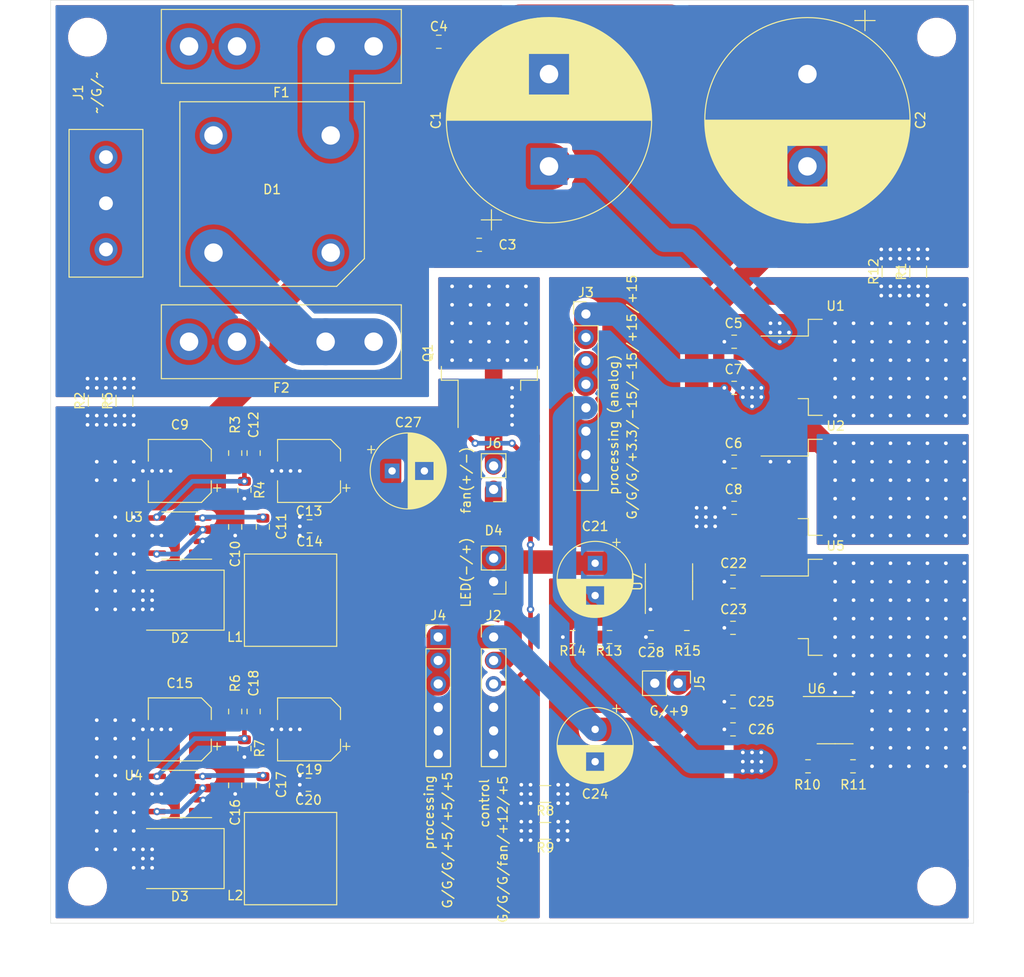
<source format=kicad_pcb>
(kicad_pcb (version 20171130) (host pcbnew 5.1.5+dfsg1-2build2)
  (layers (0 F.Cu signal) (31 B.Cu signal) (34 B.Paste user) (35 F.Paste user) (36 B.SilkS user) (37 F.SilkS user) (38 B.Mask user) (39 F.Mask user) (44 Edge.Cuts user))
  (net 0 "")
  (net 1 GND)
  (net 2 /+20V)
  (net 3 /-20V)
  (net 4 GNDA)
  (net 5 /A+15V)
  (net 6 GNDD)
  (net 7 "Net-(C11-Pad2)")
  (net 8 "Net-(C11-Pad1)")
  (net 9 "Net-(C12-Pad2)")
  (net 10 /D+12V)
  (net 11 "Net-(C17-Pad2)")
  (net 12 "Net-(C17-Pad1)")
  (net 13 "Net-(C18-Pad2)")
  (net 14 /D+5V)
  (net 15 /A+3.3V)
  (net 16 "Net-(D1-Pad4)")
  (net 17 "Net-(D1-Pad3)")
  (net 18 "Net-(F1-Pad2)")
  (net 19 "Net-(F2-Pad2)")
  (net 20 /A+9V)
  (net 21 /fan/fan_pwm)
  (net 22 /A-15V)
  (net 23 "Net-(J6-Pad2)")
  (net 24 "Net-(R10-Pad2)")
  (net 25 "Net-(C28-Pad1)")
  (net 26 "Net-(R13-Pad1)")
  (net 27 "Net-(R15-Pad1)")
  (net 28 "Net-(C22-Pad1)")
  (module Package_SO:SOIC-8_3.9x4.9mm_P1.27mm (layer F.Cu) (at 92 83 90)
    (fp_text reference U7 (at 0 -3.4 90) (layer F.SilkS))
    (fp_text value NIS5112)
    (pad 8 smd roundrect (at 2.475 -1.905 90) (size 1.95 0.6) (layers F.Cu F.Paste F.Mask) (net 10 /D+12V))
    (pad 7 smd roundrect (at 2.475 -0.635 90) (size 1.95 0.6) (layers F.Cu F.Paste F.Mask) (net 28 "Net-(C22-Pad1)"))
    (pad 6 smd roundrect (at 2.475 0.635 90) (size 1.95 0.6) (layers F.Cu F.Paste F.Mask) (net 28 "Net-(C22-Pad1)"))
    (pad 5 smd roundrect (at 2.475 1.905 90) (size 1.95 0.6) (layers F.Cu F.Paste F.Mask) (net 28 "Net-(C22-Pad1)"))
    (pad 4 smd roundrect (at -2.475 1.905 90) (size 1.95 0.6) (layers F.Cu F.Paste F.Mask) (net 27 "Net-(R15-Pad1)"))
    (pad 3 smd roundrect (at -2.475 0.635 90) (size 1.95 0.6) (layers F.Cu F.Paste F.Mask) (net 26 "Net-(R13-Pad1)"))
    (pad 2 smd roundrect (at -2.475 -0.635 90) (size 1.95 0.6) (layers F.Cu F.Paste F.Mask) (net 25 "Net-(C28-Pad1)"))
    (pad 1 smd roundrect (at -2.475 -1.905 90) (size 1.95 0.6) (layers F.Cu F.Paste F.Mask) (net 4 GNDA))
  )
  (module Resistor_SMD:R_0805_2012Metric (layer F.Cu) (at 93.9375 89)
    (fp_text reference R15 (at 0.0625 1.5) (layer F.SilkS))
    (fp_text value 309)
    (pad 2 smd roundrect (at 0.9375 0) (size 0.975 1.4) (layers F.Cu F.Paste F.Mask) (net 28 "Net-(C22-Pad1)"))
    (pad 1 smd roundrect (at -0.9375 0) (size 0.975 1.4) (layers F.Cu F.Paste F.Mask) (net 27 "Net-(R15-Pad1)"))
  )
  (module Resistor_SMD:R_0805_2012Metric (layer F.Cu) (at 81.5625 89 180)
    (fp_text reference R14 (at 0 -1.5) (layer F.SilkS))
    (fp_text value inf)
    (pad 2 smd roundrect (at 0.9375 0 180) (size 0.975 1.4) (layers F.Cu F.Paste F.Mask) (net 4 GNDA))
    (pad 1 smd roundrect (at -0.9375 0 180) (size 0.975 1.4) (layers F.Cu F.Paste F.Mask) (net 26 "Net-(R13-Pad1)"))
  )
  (module Resistor_SMD:R_0805_2012Metric (layer F.Cu) (at 85.5625 89)
    (fp_text reference R13 (at -0.0625 1.5) (layer F.SilkS))
    (fp_text value inf)
    (pad 2 smd roundrect (at 0.9375 0) (size 0.975 1.4) (layers F.Cu F.Paste F.Mask) (net 10 /D+12V))
    (pad 1 smd roundrect (at -0.9375 0) (size 0.975 1.4) (layers F.Cu F.Paste F.Mask) (net 26 "Net-(R13-Pad1)"))
  )
  (module Capacitor_SMD:C_0805_2012Metric (layer F.Cu) (at 90.0625 89 180)
    (fp_text reference C28 (at 0 -1.65) (layer F.SilkS))
    (fp_text value C)
    (pad 2 smd roundrect (at 0.9375 0 180) (size 0.975 1.4) (layers F.Cu F.Paste F.Mask) (net 4 GNDA))
    (pad 1 smd roundrect (at -0.9375 0 180) (size 0.975 1.4) (layers F.Cu F.Paste F.Mask) (net 25 "Net-(C28-Pad1)"))
  )
  (module Resistor_SMD:R_1206_3216Metric (layer F.Cu) (at 116 49.4 90)
    (fp_text reference R12 (at 0 -1.82 90) (layer F.SilkS))
    (fp_text value 0)
    (pad 2 smd roundrect (at 1.4 0 90) (size 1.25 1.75) (layers F.Cu F.Paste F.Mask) (roundrect_rratio 0.2) (net 1 GND))
    (pad 1 smd roundrect (at -1.4 0 90) (size 1.25 1.75) (layers F.Cu F.Paste F.Mask) (roundrect_rratio 0.2) (net 4 GNDA))
  )
  (module Package_TO_SOT_SMD:TO-263-2 (layer F.Cu) (at 110.05 59.775)
    (fp_text reference U1 (at 0 -6.65) (layer F.SilkS))
    (fp_text value MC7815)
    (pad 2 smd rect (at 3.375 0) (size 9.4 10.8) (layers F.Cu F.Mask) (net 4 GNDA))
    (pad 3 smd rect (at -5.775 2.54) (size 4.6 1.1) (layers F.Cu F.Paste F.Mask) (net 5 /A+15V))
    (pad 1 smd rect (at -5.775 -2.54) (size 4.6 1.1) (layers F.Cu F.Paste F.Mask) (net 2 /+20V))
  )
  (module Package_TO_SOT_SMD:TO-263-2 (layer F.Cu) (at 110.05 72.775)
    (fp_text reference U2 (at 0 -6.65) (layer F.SilkS))
    (fp_text value MC7915)
    (pad 2 smd rect (at 3.375 0) (size 9.4 10.8) (layers F.Cu F.Mask) (net 3 /-20V))
    (pad 3 smd rect (at -5.775 2.54) (size 4.6 1.1) (layers F.Cu F.Paste F.Mask) (net 22 /A-15V))
    (pad 1 smd rect (at -5.775 -2.54) (size 4.6 1.1) (layers F.Cu F.Paste F.Mask) (net 4 GNDA))
  )
  (module Package_TO_SOT_SMD:TO-263-2 (layer F.Cu) (at 110.05 85.775)
    (fp_text reference U5 (at 0 -6.65) (layer F.SilkS))
    (fp_text value MC7809)
    (pad 2 smd rect (at 3.375 0) (size 9.4 10.8) (layers F.Cu F.Mask) (net 4 GNDA))
    (pad 3 smd rect (at -5.775 2.54) (size 4.6 1.1) (layers F.Cu F.Paste F.Mask) (net 20 /A+9V))
    (pad 1 smd rect (at -5.775 -2.54) (size 4.6 1.1) (layers F.Cu F.Paste F.Mask) (net 28 "Net-(C22-Pad1)"))
  )
  (module bass_amplifier:transformer_connector (layer F.Cu) (at 31 42 90)
    (fp_text reference J1 (at 12 -3 90) (layer F.SilkS))
    (fp_text value Conn_01x03_Female)
    (pad 3 thru_hole circle (at 5 0 90) (size 2.5 2.5) (drill 1.5) (layers *.Cu *.Mask) (net 18 "Net-(F1-Pad2)"))
    (pad 2 thru_hole circle (at 0 0 90) (size 2.5 2.5) (drill 1.5) (layers *.Cu *.Mask) (net 1 GND))
    (pad 1 thru_hole circle (at -5 0 90) (size 2.5 2.5) (drill 1.5) (layers *.Cu *.Mask) (net 19 "Net-(F2-Pad2)"))
  )
  (module Package_SO:SOIC-8_3.9x4.9mm_P1.27mm (layer F.Cu) (at 110 98)
    (fp_text reference U6 (at -2 -3.4) (layer F.SilkS))
    (fp_text value MIC37152)
    (pad 8 smd roundrect (at 2.475 -1.905) (size 1.95 0.6) (layers F.Cu F.Paste F.Mask) (net 4 GNDA))
    (pad 7 smd roundrect (at 2.475 -0.635) (size 1.95 0.6) (layers F.Cu F.Paste F.Mask) (net 4 GNDA))
    (pad 6 smd roundrect (at 2.475 0.635) (size 1.95 0.6) (layers F.Cu F.Paste F.Mask) (net 4 GNDA))
    (pad 5 smd roundrect (at 2.475 1.905) (size 1.95 0.6) (layers F.Cu F.Paste F.Mask) (net 4 GNDA))
    (pad 4 smd roundrect (at -2.475 1.905) (size 1.95 0.6) (layers F.Cu F.Paste F.Mask) (net 24 "Net-(R10-Pad2)"))
    (pad 3 smd roundrect (at -2.475 0.635) (size 1.95 0.6) (layers F.Cu F.Paste F.Mask) (net 15 /A+3.3V))
    (pad 2 smd roundrect (at -2.475 -0.635) (size 1.95 0.6) (layers F.Cu F.Paste F.Mask) (net 14 /D+5V))
    (pad 1 smd roundrect (at -2.475 -1.905) (size 1.95 0.6) (layers F.Cu F.Paste F.Mask) (net 14 /D+5V))
  )
  (module Package_SO:SOIC-8_3.9x4.9mm_P1.27mm (layer F.Cu) (at 39 106 180)
    (fp_text reference U4 (at 5 2) (layer F.SilkS))
    (fp_text value MIC4684)
    (pad 8 smd roundrect (at 2.475 -1.905 180) (size 1.95 0.6) (layers F.Cu F.Paste F.Mask) (net 2 /+20V))
    (pad 7 smd roundrect (at 2.475 -0.635 180) (size 1.95 0.6) (layers F.Cu F.Paste F.Mask) (net 6 GNDD))
    (pad 6 smd roundrect (at 2.475 0.635 180) (size 1.95 0.6) (layers F.Cu F.Paste F.Mask) (net 6 GNDD))
    (pad 5 smd roundrect (at 2.475 1.905 180) (size 1.95 0.6) (layers F.Cu F.Paste F.Mask) (net 13 "Net-(C18-Pad2)"))
    (pad 4 smd roundrect (at -2.475 1.905 180) (size 1.95 0.6) (layers F.Cu F.Paste F.Mask) (net 12 "Net-(C17-Pad1)"))
    (pad 3 smd roundrect (at -2.475 0.635 180) (size 1.95 0.6) (layers F.Cu F.Paste F.Mask) (net 2 /+20V))
    (pad 2 smd roundrect (at -2.475 -0.635 180) (size 1.95 0.6) (layers F.Cu F.Paste F.Mask) (net 6 GNDD))
    (pad 1 smd roundrect (at -2.475 -1.905 180) (size 1.95 0.6) (layers F.Cu F.Paste F.Mask) (net 11 "Net-(C17-Pad2)"))
  )
  (module Package_SO:SOIC-8_3.9x4.9mm_P1.27mm (layer F.Cu) (at 39 78 180)
    (fp_text reference U3 (at 5 2) (layer F.SilkS))
    (fp_text value MIC4684)
    (pad 8 smd roundrect (at 2.475 -1.905 180) (size 1.95 0.6) (layers F.Cu F.Paste F.Mask) (net 2 /+20V))
    (pad 7 smd roundrect (at 2.475 -0.635 180) (size 1.95 0.6) (layers F.Cu F.Paste F.Mask) (net 6 GNDD))
    (pad 6 smd roundrect (at 2.475 0.635 180) (size 1.95 0.6) (layers F.Cu F.Paste F.Mask) (net 6 GNDD))
    (pad 5 smd roundrect (at 2.475 1.905 180) (size 1.95 0.6) (layers F.Cu F.Paste F.Mask) (net 9 "Net-(C12-Pad2)"))
    (pad 4 smd roundrect (at -2.475 1.905 180) (size 1.95 0.6) (layers F.Cu F.Paste F.Mask) (net 8 "Net-(C11-Pad1)"))
    (pad 3 smd roundrect (at -2.475 0.635 180) (size 1.95 0.6) (layers F.Cu F.Paste F.Mask) (net 2 /+20V))
    (pad 2 smd roundrect (at -2.475 -0.635 180) (size 1.95 0.6) (layers F.Cu F.Paste F.Mask) (net 6 GNDD))
    (pad 1 smd roundrect (at -2.475 -1.905 180) (size 1.95 0.6) (layers F.Cu F.Paste F.Mask) (net 7 "Net-(C11-Pad2)"))
  )
  (module Resistor_SMD:R_0805_2012Metric (layer F.Cu) (at 111.9375 103)
    (fp_text reference R11 (at 0.0625 2) (layer F.SilkS))
    (fp_text value 10k)
    (pad 2 smd roundrect (at 0.9375 0) (size 0.975 1.4) (layers F.Cu F.Paste F.Mask) (net 4 GNDA))
    (pad 1 smd roundrect (at -0.9375 0) (size 0.975 1.4) (layers F.Cu F.Paste F.Mask) (net 24 "Net-(R10-Pad2)"))
  )
  (module Resistor_SMD:R_0805_2012Metric (layer F.Cu) (at 107.0625 103)
    (fp_text reference R10 (at -0.0625 2) (layer F.SilkS))
    (fp_text value 16.5k)
    (pad 2 smd roundrect (at 0.9375 0) (size 0.975 1.4) (layers F.Cu F.Paste F.Mask) (net 24 "Net-(R10-Pad2)"))
    (pad 1 smd roundrect (at -0.9375 0) (size 0.975 1.4) (layers F.Cu F.Paste F.Mask) (net 15 /A+3.3V))
  )
  (module Resistor_SMD:R_1206_3216Metric (layer F.Cu) (at 78.6 110 180)
    (fp_text reference R9 (at 0 -1.82) (layer F.SilkS))
    (fp_text value 0)
    (pad 2 smd roundrect (at 1.4 0 180) (size 1.25 1.75) (layers F.Cu F.Paste F.Mask) (roundrect_rratio 0.2) (net 6 GNDD))
    (pad 1 smd roundrect (at -1.4 0 180) (size 1.25 1.75) (layers F.Cu F.Paste F.Mask) (roundrect_rratio 0.2) (net 4 GNDA))
  )
  (module Resistor_SMD:R_1206_3216Metric (layer F.Cu) (at 78.6 106 180)
    (fp_text reference R8 (at 0 -1.82) (layer F.SilkS))
    (fp_text value 0)
    (pad 2 smd roundrect (at 1.4 0 180) (size 1.25 1.75) (layers F.Cu F.Paste F.Mask) (roundrect_rratio 0.2) (net 6 GNDD))
    (pad 1 smd roundrect (at -1.4 0 180) (size 1.25 1.75) (layers F.Cu F.Paste F.Mask) (roundrect_rratio 0.2) (net 4 GNDA))
  )
  (module Resistor_SMD:R_0805_2012Metric (layer F.Cu) (at 46 101.0625 270)
    (fp_text reference R7 (at 0 -1.65 90) (layer F.SilkS))
    (fp_text value 976)
    (pad 2 smd roundrect (at 0.9375 0 270) (size 0.975 1.4) (layers F.Cu F.Paste F.Mask) (net 6 GNDD))
    (pad 1 smd roundrect (at -0.9375 0 270) (size 0.975 1.4) (layers F.Cu F.Paste F.Mask) (net 13 "Net-(C18-Pad2)"))
  )
  (module Resistor_SMD:R_0805_2012Metric (layer F.Cu) (at 45 97.0625 270)
    (fp_text reference R6 (at -3.0625 0 90) (layer F.SilkS))
    (fp_text value 3.01k)
    (pad 2 smd roundrect (at 0.9375 0 270) (size 0.975 1.4) (layers F.Cu F.Paste F.Mask) (net 13 "Net-(C18-Pad2)"))
    (pad 1 smd roundrect (at -0.9375 0 270) (size 0.975 1.4) (layers F.Cu F.Paste F.Mask) (net 14 /D+5V))
  )
  (module Resistor_SMD:R_1206_3216Metric (layer F.Cu) (at 33 63.4 90)
    (fp_text reference R5 (at 0 -1.82 90) (layer F.SilkS))
    (fp_text value 0)
    (pad 2 smd roundrect (at 1.4 0 90) (size 1.25 1.75) (layers F.Cu F.Paste F.Mask) (roundrect_rratio 0.2) (net 1 GND))
    (pad 1 smd roundrect (at -1.4 0 90) (size 1.25 1.75) (layers F.Cu F.Paste F.Mask) (roundrect_rratio 0.2) (net 6 GNDD))
  )
  (module Resistor_SMD:R_0805_2012Metric (layer F.Cu) (at 46 73.0625 270)
    (fp_text reference R4 (at 0 -1.65 90) (layer F.SilkS))
    (fp_text value 348)
    (pad 2 smd roundrect (at 0.9375 0 270) (size 0.975 1.4) (layers F.Cu F.Paste F.Mask) (net 6 GNDD))
    (pad 1 smd roundrect (at -0.9375 0 270) (size 0.975 1.4) (layers F.Cu F.Paste F.Mask) (net 9 "Net-(C12-Pad2)"))
  )
  (module Resistor_SMD:R_0805_2012Metric (layer F.Cu) (at 45 69.0625 270)
    (fp_text reference R3 (at -3.0625 0 90) (layer F.SilkS))
    (fp_text value 3.01k)
    (pad 2 smd roundrect (at 0.9375 0 270) (size 0.975 1.4) (layers F.Cu F.Paste F.Mask) (net 9 "Net-(C12-Pad2)"))
    (pad 1 smd roundrect (at -0.9375 0 270) (size 0.975 1.4) (layers F.Cu F.Paste F.Mask) (net 10 /D+12V))
  )
  (module Resistor_SMD:R_1206_3216Metric (layer F.Cu) (at 30 63.4 90)
    (fp_text reference R2 (at 0 -1.82 90) (layer F.SilkS))
    (fp_text value 0)
    (pad 2 smd roundrect (at 1.4 0 90) (size 1.25 1.75) (layers F.Cu F.Paste F.Mask) (roundrect_rratio 0.2) (net 1 GND))
    (pad 1 smd roundrect (at -1.4 0 90) (size 1.25 1.75) (layers F.Cu F.Paste F.Mask) (roundrect_rratio 0.2) (net 6 GNDD))
  )
  (module Resistor_SMD:R_1206_3216Metric (layer F.Cu) (at 119 49.4 90)
    (fp_text reference R1 (at 0 -1.82 90) (layer F.SilkS))
    (fp_text value 0)
    (pad 2 smd roundrect (at 1.4 0 90) (size 1.25 1.75) (layers F.Cu F.Paste F.Mask) (roundrect_rratio 0.2) (net 1 GND))
    (pad 1 smd roundrect (at -1.4 0 90) (size 1.25 1.75) (layers F.Cu F.Paste F.Mask) (roundrect_rratio 0.2) (net 4 GNDA))
  )
  (module Package_TO_SOT_SMD:TO-263-2 (layer F.Cu) (at 72.54 58.225 90)
    (fp_text reference Q1 (at 0 -6.65 90) (layer F.SilkS))
    (fp_text value PHB21N06LT)
    (pad 2 smd rect (at 3.375 0 90) (size 9.4 10.8) (layers F.Cu F.Mask) (net 23 "Net-(J6-Pad2)"))
    (pad 3 smd rect (at -5.775 2.54 90) (size 4.6 1.1) (layers F.Cu F.Paste F.Mask) (net 6 GNDD))
    (pad 1 smd rect (at -5.775 -2.54 90) (size 4.6 1.1) (layers F.Cu F.Paste F.Mask) (net 21 /fan/fan_pwm))
  )
  (module bass_amplifier:CDRH104RNP-680NC (layer F.Cu) (at 51 113 90)
    (fp_text reference L2 (at -4 -6 180) (layer F.SilkS))
    (fp_text value "68µH/Sumida CDRH104R-680MC")
    (pad 2 smd rect (at 0 4.65 90) (size 3.2 2) (layers F.Cu F.Paste F.Mask) (net 14 /D+5V))
    (pad 1 smd rect (at 0 -4.65 90) (size 3.2 2) (layers F.Cu F.Paste F.Mask) (net 11 "Net-(C17-Pad2)"))
  )
  (module bass_amplifier:CDRH104RNP-680NC (layer F.Cu) (at 51 85 90)
    (fp_text reference L1 (at -4 -6 180) (layer F.SilkS))
    (fp_text value "68µH/Sumida CDRH104R-680MC")
    (pad 2 smd rect (at 0 4.65 90) (size 3.2 2) (layers F.Cu F.Paste F.Mask) (net 10 /D+12V))
    (pad 1 smd rect (at 0 -4.65 90) (size 3.2 2) (layers F.Cu F.Paste F.Mask) (net 7 "Net-(C11-Pad2)"))
  )
  (module Connector_PinHeader_2.54mm:PinHeader_1x02_P2.54mm_Vertical (layer F.Cu) (at 73 73 180)
    (fp_text reference J6 (at 0 5) (layer F.SilkS))
    (fp_text value FAN)
    (pad 2 thru_hole oval (at 0 2.54 180) (size 1.7 1.7) (drill 1) (layers *.Cu *.Mask) (net 23 "Net-(J6-Pad2)"))
    (pad 1 thru_hole rect (at 0 0 180) (size 1.7 1.7) (drill 1) (layers *.Cu *.Mask) (net 10 /D+12V))
  )
  (module Connector_PinHeader_2.54mm:PinHeader_1x02_P2.54mm_Vertical (layer F.Cu) (at 93 94 270)
    (fp_text reference J5 (at 0 -2.33 90) (layer F.SilkS))
    (fp_text value pedals)
    (pad 2 thru_hole oval (at 0 2.54 270) (size 1.7 1.7) (drill 1) (layers *.Cu *.Mask) (net 4 GNDA))
    (pad 1 thru_hole rect (at 0 0 270) (size 1.7 1.7) (drill 1) (layers *.Cu *.Mask) (net 20 /A+9V))
  )
  (module Connector_PinHeader_2.54mm:PinHeader_1x06_P2.54mm_Vertical (layer F.Cu) (at 67 89)
    (fp_text reference J4 (at 0 -2.33) (layer F.SilkS))
    (fp_text value processing)
    (pad 6 thru_hole oval (at 0 12.7) (size 1.7 1.7) (drill 1) (layers *.Cu *.Mask) (net 6 GNDD))
    (pad 5 thru_hole oval (at 0 10.16) (size 1.7 1.7) (drill 1) (layers *.Cu *.Mask) (net 6 GNDD))
    (pad 4 thru_hole oval (at 0 7.62) (size 1.7 1.7) (drill 1) (layers *.Cu *.Mask) (net 6 GNDD))
    (pad 3 thru_hole oval (at 0 5.08) (size 1.7 1.7) (drill 1) (layers *.Cu *.Mask) (net 14 /D+5V))
    (pad 2 thru_hole oval (at 0 2.54) (size 1.7 1.7) (drill 1) (layers *.Cu *.Mask) (net 14 /D+5V))
    (pad 1 thru_hole rect (at 0 0) (size 1.7 1.7) (drill 1) (layers *.Cu *.Mask) (net 14 /D+5V))
  )
  (module Connector_PinHeader_2.54mm:PinHeader_1x08_P2.54mm_Vertical (layer F.Cu) (at 83 54)
    (fp_text reference J3 (at 0 -2.33) (layer F.SilkS))
    (fp_text value processing)
    (pad 8 thru_hole oval (at 0 17.78) (size 1.7 1.7) (drill 1) (layers *.Cu *.Mask) (net 4 GNDA))
    (pad 7 thru_hole oval (at 0 15.24) (size 1.7 1.7) (drill 1) (layers *.Cu *.Mask) (net 4 GNDA))
    (pad 6 thru_hole oval (at 0 12.7) (size 1.7 1.7) (drill 1) (layers *.Cu *.Mask) (net 4 GNDA))
    (pad 5 thru_hole oval (at 0 10.16) (size 1.7 1.7) (drill 1) (layers *.Cu *.Mask) (net 15 /A+3.3V))
    (pad 4 thru_hole oval (at 0 7.62) (size 1.7 1.7) (drill 1) (layers *.Cu *.Mask) (net 22 /A-15V))
    (pad 3 thru_hole oval (at 0 5.08) (size 1.7 1.7) (drill 1) (layers *.Cu *.Mask) (net 22 /A-15V))
    (pad 2 thru_hole oval (at 0 2.54) (size 1.7 1.7) (drill 1) (layers *.Cu *.Mask) (net 5 /A+15V))
    (pad 1 thru_hole rect (at 0 0) (size 1.7 1.7) (drill 1) (layers *.Cu *.Mask) (net 5 /A+15V))
  )
  (module Connector_PinHeader_2.54mm:PinHeader_1x06_P2.54mm_Vertical (layer F.Cu) (at 73 89)
    (fp_text reference J2 (at 0 -2.33) (layer F.SilkS))
    (fp_text value "control board")
    (pad 6 thru_hole oval (at 0 12.7) (size 1.7 1.7) (drill 1) (layers *.Cu *.Mask) (net 6 GNDD))
    (pad 5 thru_hole oval (at 0 10.16) (size 1.7 1.7) (drill 1) (layers *.Cu *.Mask) (net 6 GNDD))
    (pad 4 thru_hole oval (at 0 7.62) (size 1.7 1.7) (drill 1) (layers *.Cu *.Mask) (net 6 GNDD))
    (pad 3 thru_hole oval (at 0 5.08) (size 1.7 1.7) (drill 1) (layers *.Cu *.Mask) (net 21 /fan/fan_pwm))
    (pad 2 thru_hole oval (at 0 2.54) (size 1.7 1.7) (drill 1) (layers *.Cu *.Mask) (net 10 /D+12V))
    (pad 1 thru_hole rect (at 0 0) (size 1.7 1.7) (drill 1) (layers *.Cu *.Mask) (net 14 /D+5V))
  )
  (module bass_amplifier:M205_FUSE (layer F.Cu) (at 50 57 180)
    (fp_text reference F2 (at 0 -5) (layer F.SilkS))
    (fp_text value 1.5A)
    (pad 1 thru_hole circle (at -4.8 0 180) (size 4 4) (drill 2) (layers *.Cu *.Mask) (net 17 "Net-(D1-Pad3)"))
    (pad 2 thru_hole circle (at 4.8 0 180) (size 4 4) (drill 2) (layers *.Cu *.Mask) (net 19 "Net-(F2-Pad2)"))
    (pad 2 thru_hole circle (at 10 0 180) (size 4 4) (drill 2) (layers *.Cu *.Mask) (net 19 "Net-(F2-Pad2)"))
    (pad 1 thru_hole circle (at -10 0 180) (size 4 4) (drill 2) (layers *.Cu *.Mask) (net 17 "Net-(D1-Pad3)"))
  )
  (module bass_amplifier:M205_FUSE (layer F.Cu) (at 50 25 180)
    (fp_text reference F1 (at 0 -5) (layer F.SilkS))
    (fp_text value 1.5A)
    (pad 1 thru_hole circle (at -4.8 0 180) (size 4 4) (drill 2) (layers *.Cu *.Mask) (net 16 "Net-(D1-Pad4)"))
    (pad 2 thru_hole circle (at 4.8 0 180) (size 4 4) (drill 2) (layers *.Cu *.Mask) (net 18 "Net-(F1-Pad2)"))
    (pad 2 thru_hole circle (at 10 0 180) (size 4 4) (drill 2) (layers *.Cu *.Mask) (net 18 "Net-(F1-Pad2)"))
    (pad 1 thru_hole circle (at -10 0 180) (size 4 4) (drill 2) (layers *.Cu *.Mask) (net 16 "Net-(D1-Pad4)"))
  )
  (module Connector_PinHeader_2.54mm:PinHeader_1x02_P2.54mm_Vertical (layer F.Cu) (at 73 83 180)
    (fp_text reference D4 (at 0 5.54) (layer F.SilkS))
    (fp_text value LED)
    (pad 2 thru_hole oval (at 0 2.54 180) (size 1.7 1.7) (drill 1) (layers *.Cu *.Mask) (net 10 /D+12V))
    (pad 1 thru_hole rect (at 0 0 180) (size 1.7 1.7) (drill 1) (layers *.Cu *.Mask) (net 6 GNDD))
  )
  (module Diode_SMD:D_SMC (layer F.Cu) (at 39 113 180)
    (fp_text reference D3 (at 0 -4.1) (layer F.SilkS))
    (fp_text value SS34/40V/4A)
    (pad 2 smd rect (at 3.4 0 270) (size 3.3 2.5) (layers F.Cu F.Paste F.Mask) (net 6 GNDD))
    (pad 1 smd rect (at -3.4 0 270) (size 3.3 2.5) (layers F.Cu F.Paste F.Mask) (net 11 "Net-(C17-Pad2)"))
  )
  (module Diode_SMD:D_SMC (layer F.Cu) (at 39 85 180)
    (fp_text reference D2 (at 0 -4.1) (layer F.SilkS))
    (fp_text value SS34/40V/4A)
    (pad 2 smd rect (at 3.4 0 270) (size 3.3 2.5) (layers F.Cu F.Paste F.Mask) (net 6 GNDD))
    (pad 1 smd rect (at -3.4 0 270) (size 3.3 2.5) (layers F.Cu F.Paste F.Mask) (net 7 "Net-(C11-Pad2)"))
  )
  (module bass_amplifier:BR81 (layer F.Cu) (at 49 41 180)
    (fp_text reference D1 (at 0 0.5) (layer F.SilkS))
    (fp_text value BR81)
    (pad 4 thru_hole circle (at -6.35 6.35 180) (size 3 3) (drill 2) (layers *.Cu *.Mask) (net 16 "Net-(D1-Pad4)"))
    (pad 2 thru_hole circle (at 6.35 6.35 180) (size 3 3) (drill 2) (layers *.Cu *.Mask) (net 3 /-20V))
    (pad 3 thru_hole circle (at 6.35 -6.35 180) (size 3 3) (drill 2) (layers *.Cu *.Mask) (net 17 "Net-(D1-Pad3)"))
    (pad 1 thru_hole circle (at -6.35 -6.35 180) (size 3 3) (drill 2) (layers *.Cu *.Mask) (net 2 /+20V))
  )
  (module Capacitor_THT:CP_Radial_D8.0mm_P3.50mm (layer F.Cu) (at 62 71)
    (fp_text reference C27 (at 1.75 -5.25) (layer F.SilkS))
    (fp_text value 470µF/16V)
    (pad 2 thru_hole circle (at 3.5 0) (size 1.6 1.6) (drill 0.8) (layers *.Cu *.Mask) (net 6 GNDD))
    (pad 1 thru_hole rect (at 0 0) (size 1.6 1.6) (drill 0.8) (layers *.Cu *.Mask) (net 10 /D+12V))
  )
  (module Capacitor_SMD:C_0805_2012Metric (layer F.Cu) (at 98.9375 99 180)
    (fp_text reference C26 (at -3.0625 0) (layer F.SilkS))
    (fp_text value 47µF/6.3V)
    (pad 2 smd roundrect (at 0.9375 0 180) (size 0.975 1.4) (layers F.Cu F.Paste F.Mask) (net 4 GNDA))
    (pad 1 smd roundrect (at -0.9375 0 180) (size 0.975 1.4) (layers F.Cu F.Paste F.Mask) (net 15 /A+3.3V))
  )
  (module Capacitor_SMD:C_0805_2012Metric (layer F.Cu) (at 98.9375 96 180)
    (fp_text reference C25 (at -3.0625 0) (layer F.SilkS))
    (fp_text value 1µF/35V)
    (pad 2 smd roundrect (at 0.9375 0 180) (size 0.975 1.4) (layers F.Cu F.Paste F.Mask) (net 4 GNDA))
    (pad 1 smd roundrect (at -0.9375 0 180) (size 0.975 1.4) (layers F.Cu F.Paste F.Mask) (net 14 /D+5V))
  )
  (module Capacitor_THT:CP_Radial_D8.0mm_P3.50mm (layer F.Cu) (at 84 99 270)
    (fp_text reference C24 (at 7 0 180) (layer F.SilkS))
    (fp_text value 470µF/16V)
    (pad 1 thru_hole rect (at 0 0 270) (size 1.6 1.6) (drill 0.8) (layers *.Cu *.Mask) (net 14 /D+5V))
    (pad 2 thru_hole circle (at 3.5 0 270) (size 1.6 1.6) (drill 0.8) (layers *.Cu *.Mask) (net 4 GNDA))
  )
  (module Capacitor_SMD:C_0805_2012Metric (layer F.Cu) (at 98.9375 88 180)
    (fp_text reference C23 (at -0.0625 2) (layer F.SilkS))
    (fp_text value "2.2µF/25V/UL ESR")
    (pad 2 smd roundrect (at 0.9375 0 180) (size 0.975 1.4) (layers F.Cu F.Paste F.Mask) (net 4 GNDA))
    (pad 1 smd roundrect (at -0.9375 0 180) (size 0.975 1.4) (layers F.Cu F.Paste F.Mask) (net 20 /A+9V))
  )
  (module Capacitor_SMD:C_0805_2012Metric (layer F.Cu) (at 98.9375 83 180)
    (fp_text reference C22 (at -0.0625 2) (layer F.SilkS))
    (fp_text value "2.2µF/25V/UL ESR")
    (pad 2 smd roundrect (at 0.9375 0 180) (size 0.975 1.4) (layers F.Cu F.Paste F.Mask) (net 4 GNDA))
    (pad 1 smd roundrect (at -0.9375 0 180) (size 0.975 1.4) (layers F.Cu F.Paste F.Mask) (net 28 "Net-(C22-Pad1)"))
  )
  (module Capacitor_THT:CP_Radial_D8.0mm_P3.50mm (layer F.Cu) (at 84 81 270)
    (fp_text reference C21 (at -4 0 180) (layer F.SilkS))
    (fp_text value 470µF/16V)
    (pad 2 thru_hole circle (at 3.5 0 270) (size 1.6 1.6) (drill 0.8) (layers *.Cu *.Mask) (net 4 GNDA))
    (pad 1 thru_hole rect (at 0 0 270) (size 1.6 1.6) (drill 0.8) (layers *.Cu *.Mask) (net 10 /D+12V))
  )
  (module Capacitor_SMD:C_0805_2012Metric (layer F.Cu) (at 52.9375 105 180)
    (fp_text reference C20 (at 0 -1.65) (layer F.SilkS))
    (fp_text value "2.2µF/25V/UL ESR")
    (pad 2 smd roundrect (at 0.9375 0 180) (size 0.975 1.4) (layers F.Cu F.Paste F.Mask) (net 6 GNDD))
    (pad 1 smd roundrect (at -0.9375 0 180) (size 0.975 1.4) (layers F.Cu F.Paste F.Mask) (net 14 /D+5V))
  )
  (module Capacitor_SMD:CP_Elec_6.3x7.7 (layer F.Cu) (at 53 99 180)
    (fp_text reference C19 (at 0 -4.35) (layer F.SilkS))
    (fp_text value 330µF/6.3V/160mOhm)
    (pad 2 smd roundrect (at 2.7 0 180) (size 3.5 1.6) (layers F.Cu F.Paste F.Mask) (roundrect_rratio 0.15625) (net 6 GNDD))
    (pad 1 smd roundrect (at -2.7 0 180) (size 3.5 1.6) (layers F.Cu F.Paste F.Mask) (roundrect_rratio 0.15625) (net 14 /D+5V))
  )
  (module Capacitor_SMD:C_0805_2012Metric (layer F.Cu) (at 47 97.0625 270)
    (fp_text reference C18 (at -3.0625 0 90) (layer F.SilkS))
    (fp_text value 0.1µF)
    (pad 2 smd roundrect (at 0.9375 0 270) (size 0.975 1.4) (layers F.Cu F.Paste F.Mask) (net 13 "Net-(C18-Pad2)"))
    (pad 1 smd roundrect (at -0.9375 0 270) (size 0.975 1.4) (layers F.Cu F.Paste F.Mask) (net 14 /D+5V))
  )
  (module Capacitor_SMD:C_0805_2012Metric (layer F.Cu) (at 48 105.0625 270)
    (fp_text reference C17 (at -0.0625 -2 270) (layer F.SilkS))
    (fp_text value 0.33µF)
    (pad 2 smd roundrect (at 0.9375 0 270) (size 0.975 1.4) (layers F.Cu F.Paste F.Mask) (net 11 "Net-(C17-Pad2)"))
    (pad 1 smd roundrect (at -0.9375 0 270) (size 0.975 1.4) (layers F.Cu F.Paste F.Mask) (net 12 "Net-(C17-Pad1)"))
  )
  (module Capacitor_SMD:C_0805_2012Metric (layer F.Cu) (at 45 105.0625 270)
    (fp_text reference C16 (at 2.9375 0 270) (layer F.SilkS))
    (fp_text value 1µF/35V)
    (pad 2 smd roundrect (at 0.9375 0 270) (size 0.975 1.4) (layers F.Cu F.Paste F.Mask) (net 6 GNDD))
    (pad 1 smd roundrect (at -0.9375 0 270) (size 0.975 1.4) (layers F.Cu F.Paste F.Mask) (net 2 /+20V))
  )
  (module Capacitor_SMD:CP_Elec_6.3x7.7 (layer F.Cu) (at 39 99 180)
    (fp_text reference C15 (at 0 5) (layer F.SilkS))
    (fp_text value 33µF/35V/260mOhm)
    (pad 2 smd roundrect (at 2.7 0 180) (size 3.5 1.6) (layers F.Cu F.Paste F.Mask) (roundrect_rratio 0.15625) (net 6 GNDD))
    (pad 1 smd roundrect (at -2.7 0 180) (size 3.5 1.6) (layers F.Cu F.Paste F.Mask) (roundrect_rratio 0.15625) (net 2 /+20V))
  )
  (module Capacitor_SMD:C_0805_2012Metric (layer F.Cu) (at 53.0625 77 180)
    (fp_text reference C14 (at 0 -1.65) (layer F.SilkS))
    (fp_text value "2.2µF/25V/UL ESR")
    (pad 2 smd roundrect (at 0.9375 0 180) (size 0.975 1.4) (layers F.Cu F.Paste F.Mask) (net 6 GNDD))
    (pad 1 smd roundrect (at -0.9375 0 180) (size 0.975 1.4) (layers F.Cu F.Paste F.Mask) (net 10 /D+12V))
  )
  (module Capacitor_SMD:CP_Elec_6.3x7.7 (layer F.Cu) (at 53 71 180)
    (fp_text reference C13 (at 0 -4.35) (layer F.SilkS))
    (fp_text value 330µF/6.3V/160mOhm)
    (pad 2 smd roundrect (at 2.7 0 180) (size 3.5 1.6) (layers F.Cu F.Paste F.Mask) (roundrect_rratio 0.15625) (net 6 GNDD))
    (pad 1 smd roundrect (at -2.7 0 180) (size 3.5 1.6) (layers F.Cu F.Paste F.Mask) (roundrect_rratio 0.15625) (net 10 /D+12V))
  )
  (module Capacitor_SMD:C_0805_2012Metric (layer F.Cu) (at 47 69.0625 270)
    (fp_text reference C12 (at -3.0625 0 90) (layer F.SilkS))
    (fp_text value 0.1µF)
    (pad 2 smd roundrect (at 0.9375 0 270) (size 0.975 1.4) (layers F.Cu F.Paste F.Mask) (net 9 "Net-(C12-Pad2)"))
    (pad 1 smd roundrect (at -0.9375 0 270) (size 0.975 1.4) (layers F.Cu F.Paste F.Mask) (net 10 /D+12V))
  )
  (module Capacitor_SMD:C_0805_2012Metric (layer F.Cu) (at 48 77.0625 270)
    (fp_text reference C11 (at -0.0625 -2 270) (layer F.SilkS))
    (fp_text value 0.33µF)
    (pad 2 smd roundrect (at 0.9375 0 270) (size 0.975 1.4) (layers F.Cu F.Paste F.Mask) (net 7 "Net-(C11-Pad2)"))
    (pad 1 smd roundrect (at -0.9375 0 270) (size 0.975 1.4) (layers F.Cu F.Paste F.Mask) (net 8 "Net-(C11-Pad1)"))
  )
  (module Capacitor_SMD:C_0805_2012Metric (layer F.Cu) (at 45 77.0625 270)
    (fp_text reference C10 (at 2.9375 0 270) (layer F.SilkS))
    (fp_text value 1µF/35V)
    (pad 2 smd roundrect (at 0.9375 0 270) (size 0.975 1.4) (layers F.Cu F.Paste F.Mask) (net 6 GNDD))
    (pad 1 smd roundrect (at -0.9375 0 270) (size 0.975 1.4) (layers F.Cu F.Paste F.Mask) (net 2 /+20V))
  )
  (module Capacitor_SMD:CP_Elec_6.3x7.7 (layer F.Cu) (at 39 71 180)
    (fp_text reference C9 (at 0 5) (layer F.SilkS))
    (fp_text value 33µF/35V/260mOhm)
    (pad 2 smd roundrect (at 2.7 0 180) (size 3.5 1.6) (layers F.Cu F.Paste F.Mask) (roundrect_rratio 0.15625) (net 6 GNDD))
    (pad 1 smd roundrect (at -2.7 0 180) (size 3.5 1.6) (layers F.Cu F.Paste F.Mask) (roundrect_rratio 0.15625) (net 2 /+20V))
  )
  (module Capacitor_SMD:C_0805_2012Metric (layer F.Cu) (at 99.0625 75)
    (fp_text reference C8 (at -0.0625 -2) (layer F.SilkS))
    (fp_text value "2.2µF/25V/UL ESR")
    (pad 2 smd roundrect (at 0.9375 0) (size 0.975 1.4) (layers F.Cu F.Paste F.Mask) (net 22 /A-15V))
    (pad 1 smd roundrect (at -0.9375 0) (size 0.975 1.4) (layers F.Cu F.Paste F.Mask) (net 4 GNDA))
  )
  (module Capacitor_SMD:C_0805_2012Metric (layer F.Cu) (at 99.0625 62 180)
    (fp_text reference C7 (at 0.0625 2) (layer F.SilkS))
    (fp_text value "2.2µF/25V/UL ESR")
    (pad 2 smd roundrect (at 0.9375 0 180) (size 0.975 1.4) (layers F.Cu F.Paste F.Mask) (net 4 GNDA))
    (pad 1 smd roundrect (at -0.9375 0 180) (size 0.975 1.4) (layers F.Cu F.Paste F.Mask) (net 5 /A+15V))
  )
  (module Capacitor_SMD:C_0805_2012Metric (layer F.Cu) (at 99.0625 70)
    (fp_text reference C6 (at -0.0625 -2) (layer F.SilkS))
    (fp_text value 1µF/35V)
    (pad 2 smd roundrect (at 0.9375 0) (size 0.975 1.4) (layers F.Cu F.Paste F.Mask) (net 3 /-20V))
    (pad 1 smd roundrect (at -0.9375 0) (size 0.975 1.4) (layers F.Cu F.Paste F.Mask) (net 4 GNDA))
  )
  (module Capacitor_SMD:C_0805_2012Metric (layer F.Cu) (at 99.0625 57 180)
    (fp_text reference C5 (at 0.0625 2) (layer F.SilkS))
    (fp_text value 1µF/35V)
    (pad 2 smd roundrect (at 0.9375 0 180) (size 0.975 1.4) (layers F.Cu F.Paste F.Mask) (net 4 GNDA))
    (pad 1 smd roundrect (at -0.9375 0 180) (size 0.975 1.4) (layers F.Cu F.Paste F.Mask) (net 2 /+20V))
  )
  (module Capacitor_SMD:C_0805_2012Metric (layer F.Cu) (at 67.0625 24.5)
    (fp_text reference C4 (at 0 -1.65) (layer F.SilkS))
    (fp_text value 1µF/35V)
    (pad 1 smd roundrect (at -0.9375 0) (size 0.975 1.4) (layers F.Cu F.Paste F.Mask) (net 1 GND))
    (pad 2 smd roundrect (at 0.9375 0) (size 0.975 1.4) (layers F.Cu F.Paste F.Mask) (net 3 /-20V))
  )
  (module Capacitor_SMD:C_0805_2012Metric (layer F.Cu) (at 71.4375 46.5)
    (fp_text reference C3 (at 3.0625 0) (layer F.SilkS))
    (fp_text value 1µF/35V)
    (pad 1 smd roundrect (at -0.9375 0) (size 0.975 1.4) (layers F.Cu F.Paste F.Mask) (net 2 /+20V))
    (pad 2 smd roundrect (at 0.9375 0) (size 0.975 1.4) (layers F.Cu F.Paste F.Mask) (net 1 GND))
  )
  (module Capacitor_THT:CP_Radial_D22.0mm_P10.00mm_SnapIn (layer F.Cu) (at 107 28 270)
    (fp_text reference C2 (at 5 -12.25 90) (layer F.SilkS))
    (fp_text value 10000µF/35V)
    (pad 2 thru_hole circle (at 10 0 270) (size 4 4) (drill 2) (layers *.Cu *.Mask) (net 3 /-20V))
    (pad 1 thru_hole rect (at 0 0 270) (size 4 4) (drill 2) (layers *.Cu *.Mask) (net 1 GND))
  )
  (module Capacitor_THT:CP_Radial_D22.0mm_P10.00mm_SnapIn (layer F.Cu) (at 79 38 90)
    (fp_text reference C1 (at 5 -12.25 90) (layer F.SilkS))
    (fp_text value 10000µF/35V)
    (pad 2 thru_hole circle (at 10 0 90) (size 4 4) (drill 2) (layers *.Cu *.Mask) (net 1 GND))
    (pad 1 thru_hole rect (at 0 0 90) (size 4 4) (drill 2) (layers *.Cu *.Mask) (net 2 /+20V))
  )
  (module MountingHole:MountingHole_3.2mm_M3 (layer F.Cu) (at 121 116)
    (fp_text reference REF** hide)
    (fp_text value MountingHole_3.2mm_M3)
    (pad 1 np_thru_hole circle (at 0 0) (size 3.2 3.2) (drill 3.2) (layers *.Cu *.Mask))
  )
  (module MountingHole:MountingHole_3.2mm_M3 (layer F.Cu) (at 29 116)
    (fp_text reference REF** hide)
    (fp_text value MountingHole_3.2mm_M3)
    (pad 1 np_thru_hole circle (at 0 0) (size 3.2 3.2) (drill 3.2) (layers *.Cu *.Mask))
  )
  (module MountingHole:MountingHole_3.2mm_M3 (layer F.Cu) (at 121 24)
    (fp_text reference REF** hide)
    (fp_text value MountingHole_3.2mm_M3)
    (pad 1 np_thru_hole circle (at 0 0) (size 3.2 3.2) (drill 3.2) (layers *.Cu *.Mask))
  )
  (module MountingHole:MountingHole_3.2mm_M3 (layer F.Cu) (at 29 24)
    (fp_text reference REF** hide)
    (fp_text value MountingHole_3.2mm_M3)
    (pad 1 np_thru_hole circle (at 0 0) (size 3.2 3.2) (drill 3.2) (layers *.Cu *.Mask))
  )
  (gr_text G/+9 (at 92 97) (layer F.SilkS) (effects (font (size 1 1))))
  (gr_text G/G/G/+3.3/-15/-15/+15/+15 (at 88 63 90) (layer F.SilkS) (effects (font (size 1 1))))
  (gr_text ~~/G/~~ (at 30 30 90) (layer F.SilkS) (effects (font (size 1 1))))
  (gr_text G/G/G/+5/+5/+5 (at 68 111 90) (layer F.SilkS) (effects (font (size 1 1))))
  (gr_text G/G/G/fan/+12/+5 (at 74 112 90) (layer F.SilkS) (effects (font (size 1 1))))
  (gr_text "LED(-/+)" (at 70 82 90) (layer F.SilkS) (effects (font (size 1 1))))
  (gr_text "processing (analog)" (at 86 66 90) (layer F.SilkS) (effects (font (size 1 1))))
  (gr_text control (at 72 107 90) (layer F.SilkS) (effects (font (size 1 1))))
  (gr_text "fan(+/-)" (at 70 72 90) (layer F.SilkS) (effects (font (size 1 1))))
  (gr_text processing (at 66 108 90) (layer F.SilkS) (effects (font (size 1 1))))
  (gr_line (start 125 120) (end 25 120) (layer Edge.Cuts) (width 0.05))
  (gr_line (start 125 20) (end 125 120) (layer Edge.Cuts) (width 0.05))
  (gr_line (start 25 20) (end 25 120) (layer Edge.Cuts) (width 0.05))
  (gr_line (start 25 20) (end 125 20) (layer Edge.Cuts) (width 0.05))
  (via (at 30 62) (size 0.8) (drill 0.4) (layers F.Cu B.Cu) (net 1))
  (via (at 33 62) (size 0.8) (drill 0.4) (layers F.Cu B.Cu) (net 1))
  (via (at 116 48) (size 0.8) (drill 0.4) (layers F.Cu B.Cu) (net 1))
  (via (at 119 48) (size 0.8) (drill 0.4) (layers F.Cu B.Cu) (net 1))
  (via (at 118 47) (size 0.8) (drill 0.4) (layers F.Cu B.Cu) (net 1))
  (segment (start 119 48) (end 118 47) (width 0.25) (layer F.Cu) (net 1))
  (via (at 120 47) (size 0.8) (drill 0.4) (layers F.Cu B.Cu) (net 1))
  (via (at 120 48) (size 0.8) (drill 0.4) (layers F.Cu B.Cu) (net 1))
  (segment (start 120 47) (end 120 48) (width 0.25) (layer F.Cu) (net 1))
  (via (at 119 47) (size 0.8) (drill 0.4) (layers F.Cu B.Cu) (net 1))
  (segment (start 120 48) (end 119 47) (width 0.25) (layer B.Cu) (net 1))
  (segment (start 118 47) (end 119 47) (width 0.25) (layer B.Cu) (net 1))
  (segment (start 119 47) (end 120 47) (width 0.25) (layer B.Cu) (net 1))
  (via (at 118 48) (size 0.8) (drill 0.4) (layers F.Cu B.Cu) (net 1))
  (segment (start 119 48) (end 118 48) (width 0.25) (layer B.Cu) (net 1))
  (via (at 117 48) (size 0.8) (drill 0.4) (layers F.Cu B.Cu) (net 1))
  (segment (start 116 48) (end 117 48) (width 0.25) (layer F.Cu) (net 1))
  (via (at 117 47) (size 0.8) (drill 0.4) (layers F.Cu B.Cu) (net 1))
  (segment (start 117 48) (end 117 47) (width 0.25) (layer B.Cu) (net 1))
  (via (at 116 47) (size 0.8) (drill 0.4) (layers F.Cu B.Cu) (net 1))
  (segment (start 117 47) (end 116 47) (width 0.25) (layer F.Cu) (net 1))
  (via (at 115 47) (size 0.8) (drill 0.4) (layers F.Cu B.Cu) (net 1))
  (segment (start 116 47) (end 115 47) (width 0.25) (layer B.Cu) (net 1))
  (via (at 115 48) (size 0.8) (drill 0.4) (layers F.Cu B.Cu) (net 1))
  (segment (start 115 47) (end 115 48) (width 0.25) (layer F.Cu) (net 1))
  (via (at 29 62) (size 0.8) (drill 0.4) (layers F.Cu B.Cu) (net 1))
  (segment (start 30 62) (end 29 62) (width 0.25) (layer F.Cu) (net 1))
  (via (at 29 61) (size 0.8) (drill 0.4) (layers F.Cu B.Cu) (net 1))
  (segment (start 29 62) (end 29 61) (width 0.25) (layer B.Cu) (net 1))
  (via (at 30 61) (size 0.8) (drill 0.4) (layers F.Cu B.Cu) (net 1))
  (segment (start 29 61) (end 30 61) (width 0.25) (layer F.Cu) (net 1))
  (via (at 31 61) (size 0.8) (drill 0.4) (layers F.Cu B.Cu) (net 1))
  (segment (start 30 61) (end 31 61) (width 0.25) (layer B.Cu) (net 1))
  (via (at 31 62) (size 0.8) (drill 0.4) (layers F.Cu B.Cu) (net 1))
  (segment (start 31 61) (end 31 62) (width 0.25) (layer F.Cu) (net 1))
  (via (at 32 62) (size 0.8) (drill 0.4) (layers F.Cu B.Cu) (net 1))
  (segment (start 33 62) (end 32 62) (width 0.25) (layer B.Cu) (net 1))
  (via (at 32 61) (size 0.8) (drill 0.4) (layers F.Cu B.Cu) (net 1))
  (segment (start 32 62) (end 32 61) (width 0.25) (layer F.Cu) (net 1))
  (via (at 33 61) (size 0.8) (drill 0.4) (layers F.Cu B.Cu) (net 1))
  (segment (start 32 61) (end 33 61) (width 0.25) (layer B.Cu) (net 1))
  (via (at 34 61) (size 0.8) (drill 0.4) (layers F.Cu B.Cu) (net 1))
  (segment (start 33 61) (end 34 61) (width 0.25) (layer F.Cu) (net 1))
  (via (at 34 62) (size 0.8) (drill 0.4) (layers F.Cu B.Cu) (net 1))
  (segment (start 34 61) (end 34 62) (width 0.25) (layer B.Cu) (net 1))
  (segment (start 34 62) (end 34.399999 62.399999) (width 0.25) (layer F.Cu) (net 1))
  (via (at 104 57) (size 0.8) (drill 0.4) (layers F.Cu B.Cu) (net 2))
  (via (at 36.5 80) (size 0.8) (drill 0.4) (layers F.Cu B.Cu) (net 2))
  (segment (start 36.525 79.905) (end 36.525 79.975) (width 0.508) (layer F.Cu) (net 2))
  (segment (start 36.525 79.975) (end 36.5 80) (width 0.508) (layer F.Cu) (net 2))
  (via (at 41.475 77.365) (size 0.8) (drill 0.4) (layers F.Cu B.Cu) (net 2))
  (segment (start 38.84 80) (end 41.475 77.365) (width 0.508) (layer B.Cu) (net 2))
  (segment (start 36.5 80) (end 38.84 80) (width 0.508) (layer B.Cu) (net 2))
  (segment (start 41.7 66.3) (end 50 58) (width 2.54) (layer F.Cu) (net 2))
  (segment (start 41.7 71) (end 41.7 66.3) (width 2.54) (layer F.Cu) (net 2))
  (segment (start 50 52.7) (end 55.35 47.35) (width 2.54) (layer F.Cu) (net 2))
  (segment (start 50 58) (end 50 52.7) (width 2.54) (layer F.Cu) (net 2))
  (segment (start 41.475 105.365) (end 41.475 105.475) (width 0.508) (layer F.Cu) (net 2))
  (segment (start 41.475 105.475) (end 41.5 105.5) (width 0.508) (layer F.Cu) (net 2))
  (via (at 36.525 107.905) (size 0.8) (drill 0.4) (layers F.Cu B.Cu) (net 2))
  (segment (start 41.5 105.5) (end 39.095 107.905) (width 0.508) (layer B.Cu) (net 2))
  (segment (start 39.095 107.905) (end 36.525 107.905) (width 0.508) (layer B.Cu) (net 2))
  (via (at 41.475 105.365) (size 0.8) (drill 0.4) (layers F.Cu B.Cu) (net 2))
  (segment (start 39.095 107.905) (end 41.100001 105.899999) (width 0.508) (layer B.Cu) (net 2))
  (segment (start 41.100001 105.899999) (end 41.5 105.5) (width 0.508) (layer B.Cu) (net 2))
  (segment (start 41.7 70.082464) (end 37.782464 74) (width 2.54) (layer F.Cu) (net 2))
  (segment (start 41.7 66.3) (end 41.7 70.082464) (width 2.54) (layer F.Cu) (net 2))
  (segment (start 37.782464 74) (end 30 74) (width 2.54) (layer F.Cu) (net 2))
  (segment (start 30 74) (end 27 77) (width 2.54) (layer F.Cu) (net 2))
  (segment (start 27 77) (end 27 90) (width 2.54) (layer F.Cu) (net 2))
  (segment (start 27 90) (end 33 96) (width 2.54) (layer F.Cu) (net 2))
  (segment (start 38.7 96) (end 41.7 99) (width 2.54) (layer F.Cu) (net 2))
  (segment (start 33 96) (end 38.7 96) (width 2.54) (layer F.Cu) (net 2))
  (segment (start 73 38) (end 79 38) (width 5.08) (layer F.Cu) (net 2))
  (segment (start 55.35 47.35) (end 63.65 47.35) (width 5.08) (layer F.Cu) (net 2))
  (segment (start 63.65 47.35) (end 73 38) (width 5.08) (layer F.Cu) (net 2))
  (segment (start 64.5 46.5) (end 63.65 47.35) (width 1.905) (layer F.Cu) (net 2))
  (segment (start 70.5 46.5) (end 64.5 46.5) (width 1.905) (layer F.Cu) (net 2))
  (segment (start 83.54 38) (end 91.54 46) (width 2.54) (layer B.Cu) (net 2))
  (segment (start 79 38) (end 83.54 38) (width 2.54) (layer B.Cu) (net 2))
  (via (at 103 55) (size 0.8) (drill 0.4) (layers F.Cu B.Cu) (net 2))
  (via (at 104 55) (size 0.8) (drill 0.4) (layers F.Cu B.Cu) (net 2))
  (via (at 105 56) (size 0.8) (drill 0.4) (layers F.Cu B.Cu) (net 2))
  (via (at 104 56) (size 0.8) (drill 0.4) (layers F.Cu B.Cu) (net 2))
  (via (at 103 56) (size 0.8) (drill 0.4) (layers F.Cu B.Cu) (net 2))
  (segment (start 91.54 46) (end 94 46) (width 2.54) (layer B.Cu) (net 2))
  (segment (start 94 46) (end 104 56) (width 2.54) (layer B.Cu) (net 2))
  (via (at 110 76) (size 0.8) (drill 0.4) (layers F.Cu B.Cu) (net 3))
  (via (at 110 78) (size 0.8) (drill 0.4) (layers F.Cu B.Cu) (net 3))
  (via (at 112 78) (size 0.8) (drill 0.4) (layers F.Cu B.Cu) (net 3))
  (via (at 112 76) (size 0.8) (drill 0.4) (layers F.Cu B.Cu) (net 3))
  (via (at 114 76) (size 0.8) (drill 0.4) (layers F.Cu B.Cu) (net 3))
  (via (at 114 78) (size 0.8) (drill 0.4) (layers F.Cu B.Cu) (net 3))
  (via (at 118 78) (size 0.8) (drill 0.4) (layers F.Cu B.Cu) (net 3))
  (via (at 116 78) (size 0.8) (drill 0.4) (layers F.Cu B.Cu) (net 3))
  (via (at 116 76) (size 0.8) (drill 0.4) (layers F.Cu B.Cu) (net 3))
  (via (at 118 76) (size 0.8) (drill 0.4) (layers F.Cu B.Cu) (net 3))
  (via (at 118 74) (size 0.8) (drill 0.4) (layers F.Cu B.Cu) (net 3))
  (via (at 116 74) (size 0.8) (drill 0.4) (layers F.Cu B.Cu) (net 3))
  (via (at 112 74) (size 0.8) (drill 0.4) (layers F.Cu B.Cu) (net 3))
  (via (at 110 74) (size 0.8) (drill 0.4) (layers F.Cu B.Cu) (net 3))
  (via (at 110 72) (size 0.8) (drill 0.4) (layers F.Cu B.Cu) (net 3))
  (via (at 112 72) (size 0.8) (drill 0.4) (layers F.Cu B.Cu) (net 3))
  (via (at 114 72) (size 0.8) (drill 0.4) (layers F.Cu B.Cu) (net 3))
  (via (at 116 72) (size 0.8) (drill 0.4) (layers F.Cu B.Cu) (net 3))
  (via (at 118 72) (size 0.8) (drill 0.4) (layers F.Cu B.Cu) (net 3))
  (via (at 118 70) (size 0.8) (drill 0.4) (layers F.Cu B.Cu) (net 3))
  (via (at 116 70) (size 0.8) (drill 0.4) (layers F.Cu B.Cu) (net 3))
  (via (at 114 70) (size 0.8) (drill 0.4) (layers F.Cu B.Cu) (net 3))
  (via (at 112 70) (size 0.8) (drill 0.4) (layers F.Cu B.Cu) (net 3))
  (via (at 110 70) (size 0.8) (drill 0.4) (layers F.Cu B.Cu) (net 3))
  (via (at 110 68) (size 0.8) (drill 0.4) (layers F.Cu B.Cu) (net 3))
  (via (at 112 68) (size 0.8) (drill 0.4) (layers F.Cu B.Cu) (net 3))
  (via (at 114 68) (size 0.8) (drill 0.4) (layers F.Cu B.Cu) (net 3))
  (via (at 116 68) (size 0.8) (drill 0.4) (layers F.Cu B.Cu) (net 3))
  (via (at 118 68) (size 0.8) (drill 0.4) (layers F.Cu B.Cu) (net 3))
  (via (at 120 68) (size 0.8) (drill 0.4) (layers F.Cu B.Cu) (net 3))
  (via (at 122 68) (size 0.8) (drill 0.4) (layers F.Cu B.Cu) (net 3))
  (via (at 124 68) (size 0.8) (drill 0.4) (layers F.Cu B.Cu) (net 3))
  (via (at 124 70) (size 0.8) (drill 0.4) (layers F.Cu B.Cu) (net 3))
  (via (at 122 70) (size 0.8) (drill 0.4) (layers F.Cu B.Cu) (net 3))
  (via (at 120 70) (size 0.8) (drill 0.4) (layers F.Cu B.Cu) (net 3))
  (via (at 120 72) (size 0.8) (drill 0.4) (layers F.Cu B.Cu) (net 3))
  (via (at 122 72) (size 0.8) (drill 0.4) (layers F.Cu B.Cu) (net 3))
  (via (at 124 72) (size 0.8) (drill 0.4) (layers F.Cu B.Cu) (net 3))
  (via (at 124 74) (size 0.8) (drill 0.4) (layers F.Cu B.Cu) (net 3))
  (via (at 120 74) (size 0.8) (drill 0.4) (layers F.Cu B.Cu) (net 3))
  (via (at 122 74) (size 0.8) (drill 0.4) (layers F.Cu B.Cu) (net 3))
  (via (at 120 76) (size 0.8) (drill 0.4) (layers F.Cu B.Cu) (net 3))
  (via (at 122 76) (size 0.8) (drill 0.4) (layers F.Cu B.Cu) (net 3))
  (via (at 124 76) (size 0.8) (drill 0.4) (layers F.Cu B.Cu) (net 3))
  (via (at 124 78) (size 0.8) (drill 0.4) (layers F.Cu B.Cu) (net 3))
  (via (at 122 78) (size 0.8) (drill 0.4) (layers F.Cu B.Cu) (net 3))
  (via (at 120 78) (size 0.8) (drill 0.4) (layers F.Cu B.Cu) (net 3))
  (segment (start 49 41) (end 42.65 34.65) (width 5.08) (layer F.Cu) (net 3))
  (segment (start 58 41) (end 49 41) (width 5.08) (layer F.Cu) (net 3))
  (segment (start 76 23) (end 58 41) (width 5.08) (layer F.Cu) (net 3))
  (segment (start 92 23) (end 76 23) (width 5.08) (layer F.Cu) (net 3))
  (segment (start 107 38) (end 92 23) (width 5.08) (layer F.Cu) (net 3))
  (segment (start 100 70) (end 100 69) (width 1.905) (layer F.Cu) (net 3))
  (segment (start 100 69) (end 101 68) (width 1.905) (layer F.Cu) (net 3))
  (segment (start 101 68) (end 106 68) (width 1.905) (layer F.Cu) (net 3))
  (segment (start 113.425 71.425) (end 113.425 72.775) (width 1.905) (layer F.Cu) (net 3))
  (segment (start 110 68) (end 113.425 71.425) (width 1.905) (layer F.Cu) (net 3))
  (segment (start 106 68) (end 110 68) (width 1.905) (layer F.Cu) (net 3))
  (segment (start 74.5 24.5) (end 76 23) (width 1.905) (layer F.Cu) (net 3))
  (segment (start 68 24.5) (end 74.5 24.5) (width 1.905) (layer F.Cu) (net 3))
  (segment (start 107.65 67) (end 113.425 72.775) (width 2.54) (layer F.Cu) (net 3))
  (segment (start 99 67) (end 107.65 67) (width 2.54) (layer F.Cu) (net 3))
  (segment (start 95 63) (end 99 67) (width 2.54) (layer F.Cu) (net 3))
  (segment (start 95 55) (end 95 63) (width 2.54) (layer F.Cu) (net 3))
  (segment (start 107 38) (end 107 43) (width 2.54) (layer F.Cu) (net 3))
  (segment (start 107 43) (end 95 55) (width 2.54) (layer F.Cu) (net 3))
  (via (at 115 51) (size 0.8) (drill 0.4) (layers F.Cu B.Cu) (net 4))
  (via (at 103 70) (size 0.8) (drill 0.4) (layers F.Cu B.Cu) (net 4))
  (via (at 105 70) (size 0.8) (drill 0.4) (layers F.Cu B.Cu) (net 4))
  (via (at 80 110) (size 0.8) (drill 0.4) (layers F.Cu B.Cu) (net 4))
  (via (at 80 106) (size 0.8) (drill 0.4) (layers F.Cu B.Cu) (net 4))
  (via (at 116 51) (size 0.8) (drill 0.4) (layers F.Cu B.Cu) (net 4))
  (via (at 110 65) (size 0.8) (drill 0.4) (layers F.Cu B.Cu) (net 4))
  (via (at 110 63) (size 0.8) (drill 0.4) (layers F.Cu B.Cu) (net 4))
  (via (at 110 61) (size 0.8) (drill 0.4) (layers F.Cu B.Cu) (net 4))
  (via (at 110 59) (size 0.8) (drill 0.4) (layers F.Cu B.Cu) (net 4))
  (via (at 110 57) (size 0.8) (drill 0.4) (layers F.Cu B.Cu) (net 4))
  (via (at 110 55) (size 0.8) (drill 0.4) (layers F.Cu B.Cu) (net 4))
  (via (at 112 55) (size 0.8) (drill 0.4) (layers F.Cu B.Cu) (net 4))
  (via (at 112 57) (size 0.8) (drill 0.4) (layers F.Cu B.Cu) (net 4))
  (via (at 112 59) (size 0.8) (drill 0.4) (layers F.Cu B.Cu) (net 4))
  (via (at 112 61) (size 0.8) (drill 0.4) (layers F.Cu B.Cu) (net 4))
  (via (at 112 63) (size 0.8) (drill 0.4) (layers F.Cu B.Cu) (net 4))
  (via (at 112 65) (size 0.8) (drill 0.4) (layers F.Cu B.Cu) (net 4))
  (via (at 114 65) (size 0.8) (drill 0.4) (layers F.Cu B.Cu) (net 4))
  (via (at 114 63) (size 0.8) (drill 0.4) (layers F.Cu B.Cu) (net 4))
  (via (at 114 61) (size 0.8) (drill 0.4) (layers F.Cu B.Cu) (net 4))
  (via (at 114 59) (size 0.8) (drill 0.4) (layers F.Cu B.Cu) (net 4))
  (via (at 114 57) (size 0.8) (drill 0.4) (layers F.Cu B.Cu) (net 4))
  (via (at 114 55) (size 0.8) (drill 0.4) (layers F.Cu B.Cu) (net 4))
  (via (at 116 55) (size 0.8) (drill 0.4) (layers F.Cu B.Cu) (net 4))
  (via (at 116 57) (size 0.8) (drill 0.4) (layers F.Cu B.Cu) (net 4))
  (via (at 116 59) (size 0.8) (drill 0.4) (layers F.Cu B.Cu) (net 4))
  (via (at 116 61) (size 0.8) (drill 0.4) (layers F.Cu B.Cu) (net 4))
  (via (at 116 63) (size 0.8) (drill 0.4) (layers F.Cu B.Cu) (net 4))
  (via (at 116 65) (size 0.8) (drill 0.4) (layers F.Cu B.Cu) (net 4))
  (via (at 118 65) (size 0.8) (drill 0.4) (layers F.Cu B.Cu) (net 4))
  (via (at 118 63) (size 0.8) (drill 0.4) (layers F.Cu B.Cu) (net 4))
  (via (at 118 61) (size 0.8) (drill 0.4) (layers F.Cu B.Cu) (net 4))
  (via (at 118 59) (size 0.8) (drill 0.4) (layers F.Cu B.Cu) (net 4))
  (via (at 118 57) (size 0.8) (drill 0.4) (layers F.Cu B.Cu) (net 4))
  (via (at 118 55) (size 0.8) (drill 0.4) (layers F.Cu B.Cu) (net 4))
  (via (at 120 95) (size 0.8) (drill 0.4) (layers F.Cu B.Cu) (net 4))
  (via (at 122 95) (size 0.8) (drill 0.4) (layers F.Cu B.Cu) (net 4))
  (via (at 124 95) (size 0.8) (drill 0.4) (layers F.Cu B.Cu) (net 4))
  (via (at 124 97) (size 0.8) (drill 0.4) (layers F.Cu B.Cu) (net 4))
  (via (at 122 97) (size 0.8) (drill 0.4) (layers F.Cu B.Cu) (net 4))
  (via (at 120 97) (size 0.8) (drill 0.4) (layers F.Cu B.Cu) (net 4))
  (via (at 120 99) (size 0.8) (drill 0.4) (layers F.Cu B.Cu) (net 4))
  (via (at 122 99) (size 0.8) (drill 0.4) (layers F.Cu B.Cu) (net 4))
  (via (at 124 99) (size 0.8) (drill 0.4) (layers F.Cu B.Cu) (net 4))
  (via (at 124 101) (size 0.8) (drill 0.4) (layers F.Cu B.Cu) (net 4))
  (via (at 122 101) (size 0.8) (drill 0.4) (layers F.Cu B.Cu) (net 4))
  (via (at 120 101) (size 0.8) (drill 0.4) (layers F.Cu B.Cu) (net 4))
  (via (at 118 101) (size 0.8) (drill 0.4) (layers F.Cu B.Cu) (net 4))
  (via (at 118 99) (size 0.8) (drill 0.4) (layers F.Cu B.Cu) (net 4))
  (via (at 118 97) (size 0.8) (drill 0.4) (layers F.Cu B.Cu) (net 4))
  (via (at 118 95) (size 0.8) (drill 0.4) (layers F.Cu B.Cu) (net 4))
  (via (at 118 93) (size 0.8) (drill 0.4) (layers F.Cu B.Cu) (net 4))
  (via (at 116 93) (size 0.8) (drill 0.4) (layers F.Cu B.Cu) (net 4))
  (via (at 124 103) (size 0.8) (drill 0.4) (layers F.Cu B.Cu) (net 4))
  (via (at 122 103) (size 0.8) (drill 0.4) (layers F.Cu B.Cu) (net 4))
  (via (at 120 103) (size 0.8) (drill 0.4) (layers F.Cu B.Cu) (net 4))
  (via (at 118 103) (size 0.8) (drill 0.4) (layers F.Cu B.Cu) (net 4))
  (via (at 116 95) (size 0.8) (drill 0.4) (layers F.Cu B.Cu) (net 4))
  (via (at 114 93) (size 0.8) (drill 0.4) (layers F.Cu B.Cu) (net 4))
  (via (at 114 95) (size 0.8) (drill 0.4) (layers F.Cu B.Cu) (net 4))
  (via (at 114 97) (size 0.8) (drill 0.4) (layers F.Cu B.Cu) (net 4))
  (via (at 114 99) (size 0.8) (drill 0.4) (layers F.Cu B.Cu) (net 4))
  (via (at 114 101) (size 0.8) (drill 0.4) (layers F.Cu B.Cu) (net 4))
  (via (at 116 101) (size 0.8) (drill 0.4) (layers F.Cu B.Cu) (net 4))
  (via (at 116 99) (size 0.8) (drill 0.4) (layers F.Cu B.Cu) (net 4))
  (via (at 114 103) (size 0.8) (drill 0.4) (layers F.Cu B.Cu) (net 4))
  (via (at 116 103) (size 0.8) (drill 0.4) (layers F.Cu B.Cu) (net 4))
  (via (at 116 97) (size 0.8) (drill 0.4) (layers F.Cu B.Cu) (net 4))
  (via (at 112 93) (size 0.8) (drill 0.4) (layers F.Cu B.Cu) (net 4))
  (via (at 112 95) (size 0.8) (drill 0.4) (layers F.Cu B.Cu) (net 4))
  (via (at 110 95) (size 0.8) (drill 0.4) (layers F.Cu B.Cu) (net 4))
  (via (at 110 93) (size 0.8) (drill 0.4) (layers F.Cu B.Cu) (net 4))
  (via (at 110 81) (size 0.8) (drill 0.4) (layers F.Cu B.Cu) (net 4))
  (via (at 110 83) (size 0.8) (drill 0.4) (layers F.Cu B.Cu) (net 4))
  (via (at 110 85) (size 0.8) (drill 0.4) (layers F.Cu B.Cu) (net 4))
  (via (at 110 87) (size 0.8) (drill 0.4) (layers F.Cu B.Cu) (net 4))
  (via (at 110 89) (size 0.8) (drill 0.4) (layers F.Cu B.Cu) (net 4))
  (via (at 110 91) (size 0.8) (drill 0.4) (layers F.Cu B.Cu) (net 4))
  (via (at 112 91) (size 0.8) (drill 0.4) (layers F.Cu B.Cu) (net 4))
  (via (at 112 89) (size 0.8) (drill 0.4) (layers F.Cu B.Cu) (net 4))
  (via (at 112 87) (size 0.8) (drill 0.4) (layers F.Cu B.Cu) (net 4))
  (via (at 112 85) (size 0.8) (drill 0.4) (layers F.Cu B.Cu) (net 4))
  (via (at 112 83) (size 0.8) (drill 0.4) (layers F.Cu B.Cu) (net 4))
  (via (at 112 81) (size 0.8) (drill 0.4) (layers F.Cu B.Cu) (net 4))
  (via (at 114 81) (size 0.8) (drill 0.4) (layers F.Cu B.Cu) (net 4))
  (via (at 114 83) (size 0.8) (drill 0.4) (layers F.Cu B.Cu) (net 4))
  (via (at 114 85) (size 0.8) (drill 0.4) (layers F.Cu B.Cu) (net 4))
  (via (at 114 87) (size 0.8) (drill 0.4) (layers F.Cu B.Cu) (net 4))
  (via (at 114 89) (size 0.8) (drill 0.4) (layers F.Cu B.Cu) (net 4))
  (via (at 114 91) (size 0.8) (drill 0.4) (layers F.Cu B.Cu) (net 4))
  (via (at 116 91) (size 0.8) (drill 0.4) (layers F.Cu B.Cu) (net 4))
  (via (at 116 89) (size 0.8) (drill 0.4) (layers F.Cu B.Cu) (net 4))
  (via (at 116 87) (size 0.8) (drill 0.4) (layers F.Cu B.Cu) (net 4))
  (via (at 116 85) (size 0.8) (drill 0.4) (layers F.Cu B.Cu) (net 4))
  (via (at 116 83) (size 0.8) (drill 0.4) (layers F.Cu B.Cu) (net 4))
  (via (at 116 81) (size 0.8) (drill 0.4) (layers F.Cu B.Cu) (net 4))
  (via (at 118 81) (size 0.8) (drill 0.4) (layers F.Cu B.Cu) (net 4))
  (via (at 118 83) (size 0.8) (drill 0.4) (layers F.Cu B.Cu) (net 4))
  (via (at 118 85) (size 0.8) (drill 0.4) (layers F.Cu B.Cu) (net 4))
  (via (at 118 87) (size 0.8) (drill 0.4) (layers F.Cu B.Cu) (net 4))
  (via (at 118 89) (size 0.8) (drill 0.4) (layers F.Cu B.Cu) (net 4))
  (via (at 118 91) (size 0.8) (drill 0.4) (layers F.Cu B.Cu) (net 4))
  (via (at 124 57) (size 0.8) (drill 0.4) (layers F.Cu B.Cu) (net 4))
  (via (at 124 59) (size 0.8) (drill 0.4) (layers F.Cu B.Cu) (net 4))
  (via (at 124 61) (size 0.8) (drill 0.4) (layers F.Cu B.Cu) (net 4))
  (via (at 124 63) (size 0.8) (drill 0.4) (layers F.Cu B.Cu) (net 4))
  (via (at 124 65) (size 0.8) (drill 0.4) (layers F.Cu B.Cu) (net 4))
  (via (at 122 65) (size 0.8) (drill 0.4) (layers F.Cu B.Cu) (net 4))
  (via (at 122 63) (size 0.8) (drill 0.4) (layers F.Cu B.Cu) (net 4))
  (via (at 122 61) (size 0.8) (drill 0.4) (layers F.Cu B.Cu) (net 4))
  (via (at 122 59) (size 0.8) (drill 0.4) (layers F.Cu B.Cu) (net 4))
  (via (at 120 59) (size 0.8) (drill 0.4) (layers F.Cu B.Cu) (net 4))
  (via (at 120 61) (size 0.8) (drill 0.4) (layers F.Cu B.Cu) (net 4))
  (via (at 120 63) (size 0.8) (drill 0.4) (layers F.Cu B.Cu) (net 4))
  (via (at 120 65) (size 0.8) (drill 0.4) (layers F.Cu B.Cu) (net 4))
  (via (at 124 81) (size 0.8) (drill 0.4) (layers F.Cu B.Cu) (net 4))
  (via (at 122 81) (size 0.8) (drill 0.4) (layers F.Cu B.Cu) (net 4))
  (via (at 120 81) (size 0.8) (drill 0.4) (layers F.Cu B.Cu) (net 4))
  (via (at 120 83) (size 0.8) (drill 0.4) (layers F.Cu B.Cu) (net 4))
  (via (at 122 83) (size 0.8) (drill 0.4) (layers F.Cu B.Cu) (net 4))
  (via (at 124 83) (size 0.8) (drill 0.4) (layers F.Cu B.Cu) (net 4))
  (via (at 124 85) (size 0.8) (drill 0.4) (layers F.Cu B.Cu) (net 4))
  (via (at 122 85) (size 0.8) (drill 0.4) (layers F.Cu B.Cu) (net 4))
  (via (at 120 85) (size 0.8) (drill 0.4) (layers F.Cu B.Cu) (net 4))
  (via (at 120 87) (size 0.8) (drill 0.4) (layers F.Cu B.Cu) (net 4))
  (via (at 122 87) (size 0.8) (drill 0.4) (layers F.Cu B.Cu) (net 4))
  (via (at 124 87) (size 0.8) (drill 0.4) (layers F.Cu B.Cu) (net 4))
  (via (at 120 89) (size 0.8) (drill 0.4) (layers F.Cu B.Cu) (net 4))
  (via (at 122 89) (size 0.8) (drill 0.4) (layers F.Cu B.Cu) (net 4))
  (via (at 124 89) (size 0.8) (drill 0.4) (layers F.Cu B.Cu) (net 4))
  (via (at 120 91) (size 0.8) (drill 0.4) (layers F.Cu B.Cu) (net 4))
  (via (at 122 91) (size 0.8) (drill 0.4) (layers F.Cu B.Cu) (net 4))
  (via (at 124 91) (size 0.8) (drill 0.4) (layers F.Cu B.Cu) (net 4))
  (via (at 124 93) (size 0.8) (drill 0.4) (layers F.Cu B.Cu) (net 4))
  (via (at 122 93) (size 0.8) (drill 0.4) (layers F.Cu B.Cu) (net 4))
  (via (at 120 93) (size 0.8) (drill 0.4) (layers F.Cu B.Cu) (net 4))
  (via (at 122 57) (size 0.8) (drill 0.4) (layers F.Cu B.Cu) (net 4))
  (via (at 120 57) (size 0.8) (drill 0.4) (layers F.Cu B.Cu) (net 4))
  (via (at 120 55) (size 0.8) (drill 0.4) (layers F.Cu B.Cu) (net 4))
  (via (at 122 55) (size 0.8) (drill 0.4) (layers F.Cu B.Cu) (net 4))
  (via (at 124 55) (size 0.8) (drill 0.4) (layers F.Cu B.Cu) (net 4))
  (via (at 124 53) (size 0.8) (drill 0.4) (layers F.Cu B.Cu) (net 4))
  (via (at 122 53) (size 0.8) (drill 0.4) (layers F.Cu B.Cu) (net 4))
  (via (at 120 53) (size 0.8) (drill 0.4) (layers F.Cu B.Cu) (net 4))
  (via (at 119 51) (size 0.8) (drill 0.4) (layers F.Cu B.Cu) (net 4))
  (segment (start 119 50.8) (end 119 51) (width 0.25) (layer F.Cu) (net 4))
  (segment (start 119 51) (end 120 51) (width 0.25) (layer B.Cu) (net 4))
  (via (at 120 51) (size 0.8) (drill 0.4) (layers F.Cu B.Cu) (net 4))
  (via (at 120 52) (size 0.8) (drill 0.4) (layers F.Cu B.Cu) (net 4))
  (segment (start 120 51) (end 120 52) (width 0.25) (layer F.Cu) (net 4))
  (via (at 119 52) (size 0.8) (drill 0.4) (layers F.Cu B.Cu) (net 4))
  (segment (start 120 52) (end 119 52) (width 0.25) (layer B.Cu) (net 4))
  (via (at 118 52) (size 0.8) (drill 0.4) (layers F.Cu B.Cu) (net 4))
  (segment (start 119 52) (end 118 52) (width 0.25) (layer F.Cu) (net 4))
  (via (at 118 51) (size 0.8) (drill 0.4) (layers F.Cu B.Cu) (net 4))
  (segment (start 118 52) (end 118 51) (width 0.25) (layer B.Cu) (net 4))
  (via (at 98 57) (size 0.8) (drill 0.4) (layers F.Cu B.Cu) (net 4))
  (segment (start 98.125 57) (end 98 57) (width 1.27) (layer F.Cu) (net 4))
  (via (at 98 62) (size 0.8) (drill 0.4) (layers F.Cu B.Cu) (net 4))
  (segment (start 98.125 62) (end 98 62) (width 1.27) (layer F.Cu) (net 4))
  (via (at 98 70) (size 0.8) (drill 0.4) (layers F.Cu B.Cu) (net 4))
  (segment (start 98.125 70) (end 98 70) (width 1.27) (layer F.Cu) (net 4))
  (via (at 98 75) (size 0.8) (drill 0.4) (layers F.Cu B.Cu) (net 4))
  (segment (start 98.125 75) (end 98 75) (width 1.27) (layer F.Cu) (net 4))
  (via (at 98 83) (size 0.8) (drill 0.4) (layers F.Cu B.Cu) (net 4))
  (via (at 98 88) (size 0.8) (drill 0.4) (layers F.Cu B.Cu) (net 4))
  (via (at 98 96) (size 0.8) (drill 0.4) (layers F.Cu B.Cu) (net 4))
  (via (at 98 99) (size 0.8) (drill 0.4) (layers F.Cu B.Cu) (net 4))
  (via (at 117 51) (size 0.8) (drill 0.4) (layers F.Cu B.Cu) (net 4))
  (segment (start 116 51) (end 117 51) (width 0.25) (layer B.Cu) (net 4))
  (segment (start 117 51) (end 117 52) (width 0.25) (layer F.Cu) (net 4))
  (via (at 117 52) (size 0.8) (drill 0.4) (layers F.Cu B.Cu) (net 4))
  (via (at 116 52) (size 0.8) (drill 0.4) (layers F.Cu B.Cu) (net 4))
  (segment (start 117 52) (end 116 52) (width 0.25) (layer F.Cu) (net 4))
  (via (at 115 52) (size 0.8) (drill 0.4) (layers F.Cu B.Cu) (net 4))
  (segment (start 116 52) (end 115 52) (width 0.25) (layer B.Cu) (net 4))
  (via (at 80 105) (size 0.8) (drill 0.4) (layers F.Cu B.Cu) (net 4))
  (segment (start 80 106) (end 80 105) (width 0.25) (layer B.Cu) (net 4))
  (via (at 81 105) (size 0.8) (drill 0.4) (layers F.Cu B.Cu) (net 4))
  (segment (start 80 105) (end 81 105) (width 0.25) (layer F.Cu) (net 4))
  (via (at 81 106) (size 0.8) (drill 0.4) (layers F.Cu B.Cu) (net 4))
  (segment (start 81 105) (end 81 106) (width 0.25) (layer B.Cu) (net 4))
  (via (at 81 107) (size 0.8) (drill 0.4) (layers F.Cu B.Cu) (net 4))
  (segment (start 81 106) (end 81 107) (width 0.25) (layer F.Cu) (net 4))
  (via (at 80 107) (size 0.8) (drill 0.4) (layers F.Cu B.Cu) (net 4))
  (segment (start 81 107) (end 80 107) (width 0.25) (layer B.Cu) (net 4))
  (via (at 80 109) (size 0.8) (drill 0.4) (layers F.Cu B.Cu) (net 4))
  (segment (start 80 110) (end 80 109) (width 0.25) (layer F.Cu) (net 4))
  (via (at 81 109) (size 0.8) (drill 0.4) (layers F.Cu B.Cu) (net 4))
  (segment (start 80 109) (end 81 109) (width 0.25) (layer B.Cu) (net 4))
  (via (at 81 110) (size 0.8) (drill 0.4) (layers F.Cu B.Cu) (net 4))
  (segment (start 81 109) (end 81 110) (width 0.25) (layer F.Cu) (net 4))
  (via (at 81 111) (size 0.8) (drill 0.4) (layers F.Cu B.Cu) (net 4))
  (segment (start 81 110) (end 81 111) (width 0.25) (layer B.Cu) (net 4))
  (via (at 80 111) (size 0.8) (drill 0.4) (layers F.Cu B.Cu) (net 4))
  (segment (start 81 111) (end 80 111) (width 0.25) (layer F.Cu) (net 4))
  (via (at 97 76) (size 0.8) (drill 0.4) (layers F.Cu B.Cu) (net 4))
  (via (at 97 77) (size 0.8) (drill 0.4) (layers F.Cu B.Cu) (net 4))
  (via (at 96 77) (size 0.8) (drill 0.4) (layers F.Cu B.Cu) (net 4))
  (via (at 96 76) (size 0.8) (drill 0.4) (layers F.Cu B.Cu) (net 4))
  (via (at 96 75) (size 0.8) (drill 0.4) (layers F.Cu B.Cu) (net 4))
  (via (at 95 77) (size 0.8) (drill 0.4) (layers F.Cu B.Cu) (net 4))
  (via (at 95 76) (size 0.8) (drill 0.4) (layers F.Cu B.Cu) (net 4))
  (via (at 95 75) (size 0.8) (drill 0.4) (layers F.Cu B.Cu) (net 4))
  (via (at 89.5 89) (size 0.8) (drill 0.4) (layers F.Cu B.Cu) (net 4))
  (via (at 80.5 89) (size 0.8) (drill 0.4) (layers F.Cu B.Cu) (net 4))
  (via (at 90 86) (size 0.8) (drill 0.4) (layers F.Cu B.Cu) (net 4))
  (via (at 102 62) (size 0.8) (drill 0.4) (layers F.Cu B.Cu) (net 5))
  (via (at 101 64) (size 0.8) (drill 0.4) (layers F.Cu B.Cu) (net 5))
  (via (at 100 63) (size 0.8) (drill 0.4) (layers F.Cu B.Cu) (net 5))
  (via (at 101 62) (size 0.8) (drill 0.4) (layers F.Cu B.Cu) (net 5))
  (segment (start 83 54) (end 83 56.54) (width 2.54) (layer F.Cu) (net 5))
  (via (at 101 63) (size 0.8) (drill 0.4) (layers F.Cu B.Cu) (net 5))
  (via (at 100 62) (size 0.8) (drill 0.4) (layers F.Cu B.Cu) (net 5))
  (via (at 102 63) (size 0.8) (drill 0.4) (layers F.Cu B.Cu) (net 5))
  (segment (start 101 62.434315) (end 101 63) (width 2.54) (layer B.Cu) (net 5))
  (segment (start 101 62.3) (end 101 62.434315) (width 2.54) (layer B.Cu) (net 5))
  (segment (start 98.829999 60.129999) (end 101 62.3) (width 2.54) (layer B.Cu) (net 5))
  (segment (start 92.519999 60.129999) (end 98.829999 60.129999) (width 2.54) (layer B.Cu) (net 5))
  (segment (start 86.39 54) (end 92.519999 60.129999) (width 2.54) (layer B.Cu) (net 5))
  (segment (start 83 54) (end 86.39 54) (width 2.54) (layer B.Cu) (net 5))
  (via (at 34 78) (size 0.8) (drill 0.4) (layers F.Cu B.Cu) (net 6))
  (via (at 32 78) (size 0.8) (drill 0.4) (layers F.Cu B.Cu) (net 6))
  (via (at 30 78) (size 0.8) (drill 0.4) (layers F.Cu B.Cu) (net 6))
  (via (at 30 80) (size 0.8) (drill 0.4) (layers F.Cu B.Cu) (net 6))
  (via (at 32 80) (size 0.8) (drill 0.4) (layers F.Cu B.Cu) (net 6))
  (via (at 34 80) (size 0.8) (drill 0.4) (layers F.Cu B.Cu) (net 6))
  (via (at 34 82) (size 0.8) (drill 0.4) (layers F.Cu B.Cu) (net 6))
  (via (at 32 82) (size 0.8) (drill 0.4) (layers F.Cu B.Cu) (net 6))
  (via (at 30 82) (size 0.8) (drill 0.4) (layers F.Cu B.Cu) (net 6))
  (via (at 30 84) (size 0.8) (drill 0.4) (layers F.Cu B.Cu) (net 6))
  (via (at 32 84) (size 0.8) (drill 0.4) (layers F.Cu B.Cu) (net 6))
  (via (at 34 84) (size 0.8) (drill 0.4) (layers F.Cu B.Cu) (net 6))
  (via (at 34 86) (size 0.8) (drill 0.4) (layers F.Cu B.Cu) (net 6))
  (via (at 32 86) (size 0.8) (drill 0.4) (layers F.Cu B.Cu) (net 6))
  (via (at 30 86) (size 0.8) (drill 0.4) (layers F.Cu B.Cu) (net 6))
  (via (at 32 76) (size 0.8) (drill 0.4) (layers F.Cu B.Cu) (net 6))
  (via (at 34 76) (size 0.8) (drill 0.4) (layers F.Cu B.Cu) (net 6))
  (via (at 34 72) (size 0.8) (drill 0.4) (layers F.Cu B.Cu) (net 6))
  (via (at 34 70) (size 0.8) (drill 0.4) (layers F.Cu B.Cu) (net 6))
  (via (at 32 70) (size 0.8) (drill 0.4) (layers F.Cu B.Cu) (net 6))
  (via (at 32 72) (size 0.8) (drill 0.4) (layers F.Cu B.Cu) (net 6))
  (via (at 30 72) (size 0.8) (drill 0.4) (layers F.Cu B.Cu) (net 6))
  (via (at 30 70) (size 0.8) (drill 0.4) (layers F.Cu B.Cu) (net 6))
  (via (at 34 104) (size 0.8) (drill 0.4) (layers F.Cu B.Cu) (net 6))
  (via (at 32 104) (size 0.8) (drill 0.4) (layers F.Cu B.Cu) (net 6))
  (via (at 32 106) (size 0.8) (drill 0.4) (layers F.Cu B.Cu) (net 6))
  (via (at 34 106) (size 0.8) (drill 0.4) (layers F.Cu B.Cu) (net 6))
  (via (at 34 108) (size 0.8) (drill 0.4) (layers F.Cu B.Cu) (net 6))
  (via (at 32 108) (size 0.8) (drill 0.4) (layers F.Cu B.Cu) (net 6))
  (via (at 32 110) (size 0.8) (drill 0.4) (layers F.Cu B.Cu) (net 6))
  (via (at 34 110) (size 0.8) (drill 0.4) (layers F.Cu B.Cu) (net 6))
  (via (at 34 112) (size 0.8) (drill 0.4) (layers F.Cu B.Cu) (net 6))
  (via (at 32 112) (size 0.8) (drill 0.4) (layers F.Cu B.Cu) (net 6))
  (via (at 34 114) (size 0.8) (drill 0.4) (layers F.Cu B.Cu) (net 6))
  (via (at 30 112) (size 0.8) (drill 0.4) (layers F.Cu B.Cu) (net 6))
  (via (at 30 110) (size 0.8) (drill 0.4) (layers F.Cu B.Cu) (net 6))
  (via (at 30 108) (size 0.8) (drill 0.4) (layers F.Cu B.Cu) (net 6))
  (via (at 30 106) (size 0.8) (drill 0.4) (layers F.Cu B.Cu) (net 6))
  (via (at 30 104) (size 0.8) (drill 0.4) (layers F.Cu B.Cu) (net 6))
  (via (at 30 102) (size 0.8) (drill 0.4) (layers F.Cu B.Cu) (net 6))
  (via (at 32 102) (size 0.8) (drill 0.4) (layers F.Cu B.Cu) (net 6))
  (via (at 34 102) (size 0.8) (drill 0.4) (layers F.Cu B.Cu) (net 6))
  (via (at 34 100) (size 0.8) (drill 0.4) (layers F.Cu B.Cu) (net 6))
  (via (at 32 100) (size 0.8) (drill 0.4) (layers F.Cu B.Cu) (net 6))
  (via (at 30 100) (size 0.8) (drill 0.4) (layers F.Cu B.Cu) (net 6))
  (via (at 34 98) (size 0.8) (drill 0.4) (layers F.Cu B.Cu) (net 6))
  (via (at 32 98) (size 0.8) (drill 0.4) (layers F.Cu B.Cu) (net 6))
  (via (at 30 98) (size 0.8) (drill 0.4) (layers F.Cu B.Cu) (net 6))
  (via (at 36 114) (size 0.8) (drill 0.4) (layers F.Cu B.Cu) (net 6))
  (via (at 35 114) (size 0.8) (drill 0.4) (layers F.Cu B.Cu) (net 6))
  (via (at 35 113) (size 0.8) (drill 0.4) (layers F.Cu B.Cu) (net 6))
  (via (at 36 113) (size 0.8) (drill 0.4) (layers F.Cu B.Cu) (net 6))
  (via (at 36 112) (size 0.8) (drill 0.4) (layers F.Cu B.Cu) (net 6))
  (via (at 35 112) (size 0.8) (drill 0.4) (layers F.Cu B.Cu) (net 6))
  (via (at 37 106) (size 0.8) (drill 0.4) (layers F.Cu B.Cu) (net 6))
  (via (at 36 106) (size 0.8) (drill 0.4) (layers F.Cu B.Cu) (net 6))
  (via (at 75 66) (size 0.8) (drill 0.4) (layers F.Cu B.Cu) (net 6))
  (via (at 75 65) (size 0.8) (drill 0.4) (layers F.Cu B.Cu) (net 6))
  (via (at 75 64) (size 0.8) (drill 0.4) (layers F.Cu B.Cu) (net 6))
  (via (at 75 63) (size 0.8) (drill 0.4) (layers F.Cu B.Cu) (net 6))
  (via (at 75 62) (size 0.8) (drill 0.4) (layers F.Cu B.Cu) (net 6))
  (via (at 46 102) (size 0.8) (drill 0.4) (layers F.Cu B.Cu) (net 6))
  (via (at 52 99) (size 0.8) (drill 0.4) (layers F.Cu B.Cu) (net 6))
  (via (at 51 99) (size 0.8) (drill 0.4) (layers F.Cu B.Cu) (net 6))
  (via (at 50 99) (size 0.8) (drill 0.4) (layers F.Cu B.Cu) (net 6))
  (via (at 49 99) (size 0.8) (drill 0.4) (layers F.Cu B.Cu) (net 6))
  (via (at 35 99) (size 0.8) (drill 0.4) (layers F.Cu B.Cu) (net 6))
  (via (at 36 99) (size 0.8) (drill 0.4) (layers F.Cu B.Cu) (net 6))
  (via (at 37 99) (size 0.8) (drill 0.4) (layers F.Cu B.Cu) (net 6))
  (via (at 38 99) (size 0.8) (drill 0.4) (layers F.Cu B.Cu) (net 6))
  (via (at 52 104) (size 0.8) (drill 0.4) (layers F.Cu B.Cu) (net 6))
  (via (at 52 106) (size 0.8) (drill 0.4) (layers F.Cu B.Cu) (net 6))
  (via (at 52 105) (size 0.8) (drill 0.4) (layers F.Cu B.Cu) (net 6))
  (via (at 38 71) (size 0.8) (drill 0.4) (layers F.Cu B.Cu) (net 6))
  (via (at 35 71) (size 0.8) (drill 0.4) (layers F.Cu B.Cu) (net 6))
  (via (at 36 71) (size 0.8) (drill 0.4) (layers F.Cu B.Cu) (net 6))
  (via (at 37 71) (size 0.8) (drill 0.4) (layers F.Cu B.Cu) (net 6))
  (via (at 35 86) (size 0.8) (drill 0.4) (layers F.Cu B.Cu) (net 6))
  (via (at 36 86) (size 0.8) (drill 0.4) (layers F.Cu B.Cu) (net 6))
  (via (at 36 85) (size 0.8) (drill 0.4) (layers F.Cu B.Cu) (net 6))
  (via (at 35 85) (size 0.8) (drill 0.4) (layers F.Cu B.Cu) (net 6))
  (via (at 35 84) (size 0.8) (drill 0.4) (layers F.Cu B.Cu) (net 6))
  (via (at 36 84) (size 0.8) (drill 0.4) (layers F.Cu B.Cu) (net 6))
  (via (at 36 78) (size 0.8) (drill 0.4) (layers F.Cu B.Cu) (net 6))
  (via (at 37 78) (size 0.8) (drill 0.4) (layers F.Cu B.Cu) (net 6))
  (via (at 52 76) (size 0.8) (drill 0.4) (layers F.Cu B.Cu) (net 6))
  (via (at 52 78) (size 0.8) (drill 0.4) (layers F.Cu B.Cu) (net 6))
  (via (at 52 77) (size 0.8) (drill 0.4) (layers F.Cu B.Cu) (net 6))
  (via (at 52 71) (size 0.8) (drill 0.4) (layers F.Cu B.Cu) (net 6))
  (via (at 49 71) (size 0.8) (drill 0.4) (layers F.Cu B.Cu) (net 6))
  (via (at 50 71) (size 0.8) (drill 0.4) (layers F.Cu B.Cu) (net 6))
  (via (at 51 71) (size 0.8) (drill 0.4) (layers F.Cu B.Cu) (net 6))
  (via (at 45 78) (size 0.8) (drill 0.4) (layers F.Cu B.Cu) (net 6))
  (via (at 46 74) (size 0.8) (drill 0.4) (layers F.Cu B.Cu) (net 6))
  (via (at 77 110) (size 0.8) (drill 0.4) (layers F.Cu B.Cu) (net 6))
  (via (at 77 106) (size 0.8) (drill 0.4) (layers F.Cu B.Cu) (net 6))
  (via (at 33 65) (size 0.8) (drill 0.4) (layers F.Cu B.Cu) (net 6))
  (via (at 30 65) (size 0.8) (drill 0.4) (layers F.Cu B.Cu) (net 6))
  (via (at 34 65) (size 0.8) (drill 0.4) (layers F.Cu B.Cu) (net 6))
  (segment (start 33 65) (end 34 65) (width 0.25) (layer F.Cu) (net 6))
  (via (at 34 66) (size 0.8) (drill 0.4) (layers F.Cu B.Cu) (net 6))
  (segment (start 34 65) (end 34 66) (width 0.25) (layer B.Cu) (net 6))
  (via (at 33 66) (size 0.8) (drill 0.4) (layers F.Cu B.Cu) (net 6))
  (segment (start 34 66) (end 33 66) (width 0.25) (layer F.Cu) (net 6))
  (via (at 32 66) (size 0.8) (drill 0.4) (layers F.Cu B.Cu) (net 6))
  (segment (start 33 66) (end 32 66) (width 0.25) (layer B.Cu) (net 6))
  (via (at 32 65) (size 0.8) (drill 0.4) (layers F.Cu B.Cu) (net 6))
  (segment (start 32 66) (end 32 65) (width 0.25) (layer F.Cu) (net 6))
  (via (at 31 65) (size 0.8) (drill 0.4) (layers F.Cu B.Cu) (net 6))
  (segment (start 30 65) (end 31 65) (width 0.25) (layer B.Cu) (net 6))
  (via (at 31 66) (size 0.8) (drill 0.4) (layers F.Cu B.Cu) (net 6))
  (segment (start 31 65) (end 31 66) (width 0.25) (layer F.Cu) (net 6))
  (via (at 30 66) (size 0.8) (drill 0.4) (layers F.Cu B.Cu) (net 6))
  (segment (start 31 66) (end 30 66) (width 0.25) (layer B.Cu) (net 6))
  (via (at 29 66) (size 0.8) (drill 0.4) (layers F.Cu B.Cu) (net 6))
  (segment (start 30 66) (end 29 66) (width 0.25) (layer F.Cu) (net 6))
  (via (at 29 65) (size 0.8) (drill 0.4) (layers F.Cu B.Cu) (net 6))
  (segment (start 29 66) (end 29 65) (width 0.25) (layer B.Cu) (net 6))
  (via (at 77 109) (size 0.8) (drill 0.4) (layers F.Cu B.Cu) (net 6))
  (segment (start 77 110) (end 77 109) (width 0.25) (layer B.Cu) (net 6))
  (via (at 76 109) (size 0.8) (drill 0.4) (layers F.Cu B.Cu) (net 6))
  (segment (start 77 109) (end 76 109) (width 0.25) (layer F.Cu) (net 6))
  (via (at 76 110) (size 0.8) (drill 0.4) (layers F.Cu B.Cu) (net 6))
  (segment (start 76 109) (end 76 110) (width 0.25) (layer B.Cu) (net 6))
  (via (at 76 111) (size 0.8) (drill 0.4) (layers F.Cu B.Cu) (net 6))
  (segment (start 76 110) (end 76 111) (width 0.25) (layer F.Cu) (net 6))
  (via (at 77 111) (size 0.8) (drill 0.4) (layers F.Cu B.Cu) (net 6))
  (segment (start 76 111) (end 77 111) (width 0.25) (layer B.Cu) (net 6))
  (via (at 77 107) (size 0.8) (drill 0.4) (layers F.Cu B.Cu) (net 6))
  (segment (start 77 106) (end 77 107) (width 0.25) (layer F.Cu) (net 6))
  (via (at 76 107) (size 0.8) (drill 0.4) (layers F.Cu B.Cu) (net 6))
  (segment (start 77 107) (end 76 107) (width 0.25) (layer B.Cu) (net 6))
  (via (at 76 106) (size 0.8) (drill 0.4) (layers F.Cu B.Cu) (net 6))
  (segment (start 76 107) (end 76 106) (width 0.25) (layer F.Cu) (net 6))
  (via (at 76 105) (size 0.8) (drill 0.4) (layers F.Cu B.Cu) (net 6))
  (segment (start 76 106) (end 76 105) (width 0.25) (layer B.Cu) (net 6))
  (via (at 77 105) (size 0.8) (drill 0.4) (layers F.Cu B.Cu) (net 6))
  (segment (start 76 105) (end 77 105) (width 0.25) (layer F.Cu) (net 6))
  (segment (start 41.475 78.635) (end 41.475 78.635) (width 0.508) (layer F.Cu) (net 6))
  (segment (start 41.475 78.635) (end 41.635 78.635) (width 0.508) (layer F.Cu) (net 6))
  (via (at 41.475 78.635) (size 0.8) (drill 0.4) (layers F.Cu B.Cu) (net 6))
  (via (at 41.52387 106.68387) (size 0.8) (drill 0.4) (layers F.Cu B.Cu) (net 6))
  (via (at 45 106) (size 0.8) (drill 0.4) (layers F.Cu B.Cu) (net 6))
  (via (at 48 76) (size 0.8) (drill 0.4) (layers F.Cu B.Cu) (net 8))
  (segment (start 48 76.125) (end 48 76) (width 0.508) (layer F.Cu) (net 8))
  (via (at 41.475 76.095) (size 0.8) (drill 0.4) (layers F.Cu B.Cu) (net 8))
  (segment (start 48 76) (end 41.57 76) (width 0.508) (layer B.Cu) (net 8))
  (segment (start 41.57 76) (end 41.475 76.095) (width 0.508) (layer B.Cu) (net 8))
  (segment (start 46 72.125) (end 46 70) (width 0.508) (layer F.Cu) (net 9))
  (segment (start 45 70) (end 46 70) (width 0.508) (layer F.Cu) (net 9))
  (segment (start 46 70) (end 47 70) (width 0.508) (layer F.Cu) (net 9))
  (via (at 36.5 76) (size 0.8) (drill 0.4) (layers F.Cu B.Cu) (net 9))
  (segment (start 36.525 76.095) (end 36.525 76.025) (width 0.508) (layer F.Cu) (net 9))
  (segment (start 36.525 76.025) (end 36.5 76) (width 0.508) (layer F.Cu) (net 9))
  (via (at 46 72.125) (size 0.8) (drill 0.4) (layers F.Cu B.Cu) (net 9))
  (segment (start 40.375 72.125) (end 46 72.125) (width 0.508) (layer B.Cu) (net 9))
  (segment (start 36.5 76) (end 40.375 72.125) (width 0.508) (layer B.Cu) (net 9))
  (segment (start 45 68.125) (end 47 68.125) (width 0.508) (layer F.Cu) (net 10))
  (segment (start 45.7 68.125) (end 45 68.125) (width 0.508) (layer F.Cu) (net 10))
  (segment (start 53.625 68.125) (end 45.7 68.125) (width 0.508) (layer F.Cu) (net 10))
  (segment (start 55.7 70.2) (end 53.625 68.125) (width 0.508) (layer F.Cu) (net 10))
  (segment (start 55.7 71) (end 55.7 70.2) (width 0.508) (layer F.Cu) (net 10))
  (segment (start 74.202081 80.46) (end 73 80.46) (width 1.905) (layer F.Cu) (net 10))
  (segment (start 75.10501 90.669492) (end 75.10501 81.330508) (width 1.905) (layer F.Cu) (net 10))
  (segment (start 74.234502 91.54) (end 75.10501 90.669492) (width 1.905) (layer F.Cu) (net 10))
  (segment (start 74.234502 80.46) (end 74.202081 80.46) (width 1.905) (layer F.Cu) (net 10))
  (segment (start 75.10501 81.330508) (end 74.234502 80.46) (width 1.905) (layer F.Cu) (net 10))
  (segment (start 73 91.54) (end 74.234502 91.54) (width 1.905) (layer F.Cu) (net 10))
  (segment (start 73 73) (end 73 80.46) (width 1.905) (layer F.Cu) (net 10))
  (segment (start 60.19 80.46) (end 55.65 85) (width 2.54) (layer F.Cu) (net 10))
  (segment (start 73 80.46) (end 60.19 80.46) (width 2.54) (layer F.Cu) (net 10))
  (segment (start 73 80.46) (end 74.806002 80.46) (width 2.54) (layer F.Cu) (net 10))
  (segment (start 80.66 81) (end 84 81) (width 2.54) (layer F.Cu) (net 10))
  (segment (start 80.530001 80.870001) (end 80.66 81) (width 2.54) (layer F.Cu) (net 10))
  (segment (start 74.612082 80.870001) (end 80.530001 80.870001) (width 2.54) (layer F.Cu) (net 10))
  (segment (start 74.202081 80.46) (end 74.612082 80.870001) (width 2.54) (layer F.Cu) (net 10))
  (segment (start 87.815 80.525) (end 89.25999 80.525) (width 2.54) (layer F.Cu) (net 10))
  (segment (start 87.34 81) (end 87.815 80.525) (width 2.54) (layer F.Cu) (net 10))
  (segment (start 84 81) (end 87.34 81) (width 2.54) (layer F.Cu) (net 10))
  (segment (start 86.5 88.3) (end 86.5 89) (width 0.508) (layer F.Cu) (net 10))
  (segment (start 86.5 82.192) (end 86.5 88.3) (width 0.508) (layer F.Cu) (net 10))
  (segment (start 85.308 81) (end 86.5 82.192) (width 0.508) (layer F.Cu) (net 10))
  (segment (start 84 81) (end 85.308 81) (width 0.508) (layer F.Cu) (net 10))
  (via (at 48 104) (size 0.8) (drill 0.4) (layers F.Cu B.Cu) (net 12))
  (via (at 41.475 104.095) (size 0.8) (drill 0.4) (layers F.Cu B.Cu) (net 12))
  (segment (start 48 104) (end 41.57 104) (width 0.508) (layer B.Cu) (net 12))
  (segment (start 41.57 104) (end 41.475 104.095) (width 0.508) (layer B.Cu) (net 12))
  (segment (start 46 98) (end 47 98) (width 0.508) (layer F.Cu) (net 13))
  (segment (start 46 98) (end 46 100.125) (width 0.508) (layer F.Cu) (net 13))
  (segment (start 45 98) (end 46 98) (width 0.508) (layer F.Cu) (net 13))
  (via (at 46 100) (size 0.8) (drill 0.4) (layers F.Cu B.Cu) (net 13))
  (segment (start 46 100.125) (end 46 100) (width 0.508) (layer F.Cu) (net 13))
  (via (at 36.525 104.095) (size 0.8) (drill 0.4) (layers F.Cu B.Cu) (net 13))
  (segment (start 46 100) (end 40.62 100) (width 0.508) (layer B.Cu) (net 13))
  (segment (start 40.62 100) (end 36.525 104.095) (width 0.508) (layer B.Cu) (net 13))
  (segment (start 45.7 96.125) (end 45 96.125) (width 0.508) (layer F.Cu) (net 14))
  (segment (start 55.7 98.2) (end 53.625 96.125) (width 0.508) (layer F.Cu) (net 14))
  (segment (start 53.625 96.125) (end 45.7 96.125) (width 0.508) (layer F.Cu) (net 14))
  (segment (start 55.7 99) (end 55.7 98.2) (width 0.508) (layer F.Cu) (net 14))
  (segment (start 73 89) (end 67 89) (width 1.905) (layer F.Cu) (net 14))
  (segment (start 60.62 94.08) (end 67 94.08) (width 2.54) (layer F.Cu) (net 14))
  (segment (start 55.7 99) (end 60.62 94.08) (width 2.54) (layer F.Cu) (net 14))
  (segment (start 67 94.08) (end 67 89) (width 2.54) (layer F.Cu) (net 14))
  (segment (start 70.39 89) (end 72.6825 89) (width 2.54) (layer F.Cu) (net 14))
  (segment (start 67 89) (end 70.39 89) (width 2.54) (layer F.Cu) (net 14))
  (segment (start 107.525 97.365) (end 107.525 96.095) (width 0.635) (layer F.Cu) (net 14))
  (segment (start 107.525 97.365) (end 108.635 97.365) (width 0.635) (layer F.Cu) (net 14))
  (segment (start 108.635 97.365) (end 108.27 97) (width 0.635) (layer F.Cu) (net 14))
  (segment (start 108.635 97.365) (end 109 97) (width 0.635) (layer F.Cu) (net 14))
  (segment (start 109 97) (end 108 97) (width 0.635) (layer F.Cu) (net 14))
  (segment (start 108 97) (end 107.89 97) (width 0.635) (layer F.Cu) (net 14))
  (segment (start 107.89 97) (end 107 97) (width 0.635) (layer F.Cu) (net 14))
  (segment (start 107 97) (end 107.16 97) (width 0.635) (layer F.Cu) (net 14))
  (segment (start 107.16 97) (end 106.7 97) (width 0.635) (layer F.Cu) (net 14))
  (segment (start 74 89) (end 84 99) (width 2.54) (layer B.Cu) (net 14))
  (segment (start 73 89) (end 74 89) (width 2.54) (layer B.Cu) (net 14))
  (segment (start 91.34 99) (end 84 99) (width 2.54) (layer F.Cu) (net 14))
  (segment (start 92 98.876376) (end 92 99) (width 2.54) (layer F.Cu) (net 14))
  (segment (start 98.953614 93.82999) (end 97.046386 93.82999) (width 2.54) (layer F.Cu) (net 14))
  (segment (start 97.046386 93.82999) (end 92 98.876376) (width 2.54) (layer F.Cu) (net 14))
  (segment (start 100.623624 95.5) (end 98.953614 93.82999) (width 2.54) (layer F.Cu) (net 14))
  (segment (start 101 95.5) (end 100.623624 95.5) (width 2.54) (layer F.Cu) (net 14))
  (segment (start 92 99) (end 91.34 99) (width 2.54) (layer F.Cu) (net 14))
  (segment (start 105.639473 99.360527) (end 106 99) (width 0.635) (layer F.Cu) (net 15))
  (segment (start 107.525 98.635) (end 106.365 98.635) (width 0.635) (layer F.Cu) (net 15))
  (segment (start 106.365 98.635) (end 106 99) (width 0.635) (layer F.Cu) (net 15))
  (segment (start 105.639473 102.514473) (end 105.639473 99.360527) (width 0.635) (layer F.Cu) (net 15))
  (segment (start 106.125 103) (end 105.639473 102.514473) (width 1.27) (layer F.Cu) (net 15))
  (via (at 100 101.5) (size 0.8) (drill 0.4) (layers F.Cu B.Cu) (net 15))
  (via (at 101 101.5) (size 0.8) (drill 0.4) (layers F.Cu B.Cu) (net 15))
  (via (at 102 101.5) (size 0.8) (drill 0.4) (layers F.Cu B.Cu) (net 15))
  (via (at 101 102.5) (size 0.8) (drill 0.4) (layers F.Cu B.Cu) (net 15))
  (via (at 100 102.5) (size 0.8) (drill 0.4) (layers F.Cu B.Cu) (net 15))
  (via (at 100 103.5) (size 0.8) (drill 0.4) (layers F.Cu B.Cu) (net 15))
  (via (at 101 103.5) (size 0.8) (drill 0.4) (layers F.Cu B.Cu) (net 15))
  (via (at 102 103.5) (size 0.8) (drill 0.4) (layers F.Cu B.Cu) (net 15))
  (via (at 102 102.5) (size 0.8) (drill 0.4) (layers F.Cu B.Cu) (net 15))
  (segment (start 100.434315 102.5) (end 101 102.5) (width 2.54) (layer B.Cu) (net 15))
  (segment (start 98.732398 102.5) (end 100.434315 102.5) (width 2.54) (layer B.Cu) (net 15))
  (segment (start 80.679999 65.27792) (end 80.679999 84.447601) (width 2.54) (layer B.Cu) (net 15))
  (segment (start 81.797919 64.16) (end 80.679999 65.27792) (width 2.54) (layer B.Cu) (net 15))
  (segment (start 83 64.16) (end 81.797919 64.16) (width 2.54) (layer B.Cu) (net 15))
  (segment (start 102 102.5) (end 98.732398 102.5) (width 2.54) (layer B.Cu) (net 15))
  (segment (start 80.679999 84.447601) (end 83 86.767602) (width 2.54) (layer B.Cu) (net 15))
  (segment (start 83 86.767602) (end 83 91) (width 2.54) (layer B.Cu) (net 15))
  (segment (start 94.5 102.5) (end 102 102.5) (width 2.54) (layer B.Cu) (net 15))
  (segment (start 83 91) (end 94.5 102.5) (width 2.54) (layer B.Cu) (net 15))
  (segment (start 60 25) (end 54.8 25) (width 5.08) (layer B.Cu) (net 16))
  (segment (start 54.8 34.1) (end 55.35 34.65) (width 5.08) (layer B.Cu) (net 16))
  (segment (start 54.8 25) (end 54.8 34.1) (width 5.08) (layer B.Cu) (net 16))
  (segment (start 60 57) (end 54.8 57) (width 5.08) (layer B.Cu) (net 17))
  (segment (start 52.3 57) (end 42.65 47.35) (width 5.08) (layer B.Cu) (net 17))
  (segment (start 54.8 57) (end 52.3 57) (width 5.08) (layer B.Cu) (net 17))
  (segment (start 31 34) (end 40 25) (width 5.08) (layer F.Cu) (net 18))
  (segment (start 31 37) (end 31 34) (width 5.08) (layer F.Cu) (net 18))
  (segment (start 40 25) (end 45.2 25) (width 5.08) (layer F.Cu) (net 18))
  (segment (start 31 48) (end 40 57) (width 5.08) (layer F.Cu) (net 19))
  (segment (start 31 47) (end 31 48) (width 5.08) (layer F.Cu) (net 19))
  (segment (start 45.2 57) (end 40 57) (width 5.08) (layer F.Cu) (net 19))
  (segment (start 102.41999 90.17001) (end 104.275 88.315) (width 2.54) (layer F.Cu) (net 20))
  (segment (start 96.831408 90.17001) (end 102.41999 90.17001) (width 2.54) (layer F.Cu) (net 20))
  (segment (start 93.001418 94) (end 96.831408 90.17001) (width 2.54) (layer F.Cu) (net 20))
  (segment (start 73.763607 94) (end 75 94) (width 0.508) (layer F.Cu) (net 21))
  (segment (start 75 94) (end 77 92) (width 0.508) (layer F.Cu) (net 21))
  (segment (start 77 92) (end 77 86) (width 0.508) (layer F.Cu) (net 21))
  (segment (start 77 79) (end 77 71) (width 0.508) (layer F.Cu) (net 21))
  (via (at 77 86) (size 0.8) (drill 0.4) (layers F.Cu B.Cu) (net 21))
  (via (at 77 79) (size 0.8) (drill 0.4) (layers F.Cu B.Cu) (net 21))
  (segment (start 77 86) (end 77 79) (width 0.508) (layer B.Cu) (net 21))
  (segment (start 73 94.08) (end 73.683607 94.08) (width 0.508) (layer F.Cu) (net 21))
  (segment (start 73.683607 94.08) (end 73.763607 94) (width 0.508) (layer F.Cu) (net 21))
  (via (at 75 68) (size 0.8) (drill 0.4) (layers F.Cu B.Cu) (net 21))
  (segment (start 77 71) (end 77 70) (width 0.508) (layer F.Cu) (net 21))
  (segment (start 77 70) (end 75 68) (width 0.508) (layer F.Cu) (net 21))
  (via (at 71 68) (size 0.8) (drill 0.4) (layers F.Cu B.Cu) (net 21))
  (segment (start 75 68) (end 71 68) (width 0.508) (layer B.Cu) (net 21))
  (segment (start 71 68) (end 70 67) (width 0.508) (layer F.Cu) (net 21))
  (segment (start 70 67) (end 70 64) (width 0.508) (layer F.Cu) (net 21))
  (segment (start 95 70.5) (end 97 72.5) (width 2.54) (layer F.Cu) (net 22))
  (segment (start 101.46 72.5) (end 104.275 75.315) (width 2.54) (layer F.Cu) (net 22))
  (segment (start 97 72.5) (end 101.46 72.5) (width 2.54) (layer F.Cu) (net 22))
  (segment (start 94.42 70.5) (end 83.20001 59.28001) (width 2.54) (layer F.Cu) (net 22))
  (segment (start 83.20001 59.28001) (end 83 59.28001) (width 2.54) (layer F.Cu) (net 22))
  (segment (start 95 70.5) (end 94.42 70.5) (width 2.54) (layer F.Cu) (net 22))
  (segment (start 83 61.62) (end 83 59.28001) (width 2.54) (layer F.Cu) (net 22))
  (via (at 68.5 59) (size 0.8) (drill 0.4) (layers F.Cu B.Cu) (net 23))
  (via (at 72.5 59) (size 0.8) (drill 0.4) (layers F.Cu B.Cu) (net 23))
  (via (at 76.5 59) (size 0.8) (drill 0.4) (layers F.Cu B.Cu) (net 23))
  (via (at 68.5 51) (size 0.8) (drill 0.4) (layers F.Cu B.Cu) (net 23))
  (via (at 72.5 55) (size 0.8) (drill 0.4) (layers F.Cu B.Cu) (net 23))
  (via (at 68.5 55) (size 0.8) (drill 0.4) (layers F.Cu B.Cu) (net 23))
  (via (at 76.5 55) (size 0.8) (drill 0.4) (layers F.Cu B.Cu) (net 23))
  (via (at 76.5 51) (size 0.8) (drill 0.4) (layers F.Cu B.Cu) (net 23))
  (via (at 72.5 51) (size 0.8) (drill 0.4) (layers F.Cu B.Cu) (net 23))
  (via (at 76.5 57) (size 0.8) (drill 0.4) (layers F.Cu B.Cu) (net 23))
  (via (at 76.5 53) (size 0.8) (drill 0.4) (layers F.Cu B.Cu) (net 23))
  (via (at 68.5 53) (size 0.8) (drill 0.4) (layers F.Cu B.Cu) (net 23))
  (via (at 68.5 57) (size 0.8) (drill 0.4) (layers F.Cu B.Cu) (net 23))
  (via (at 72.5 57) (size 0.8) (drill 0.4) (layers F.Cu B.Cu) (net 23))
  (via (at 74.5 57) (size 0.8) (drill 0.4) (layers F.Cu B.Cu) (net 23))
  (via (at 70.5 57) (size 0.8) (drill 0.4) (layers F.Cu B.Cu) (net 23))
  (via (at 70.5 59) (size 0.8) (drill 0.4) (layers F.Cu B.Cu) (net 23))
  (via (at 74.5 59) (size 0.8) (drill 0.4) (layers F.Cu B.Cu) (net 23))
  (via (at 74.5 55) (size 0.8) (drill 0.4) (layers F.Cu B.Cu) (net 23))
  (via (at 70.5 55) (size 0.8) (drill 0.4) (layers F.Cu B.Cu) (net 23))
  (via (at 70.5 53) (size 0.8) (drill 0.4) (layers F.Cu B.Cu) (net 23))
  (via (at 72.5 53) (size 0.8) (drill 0.4) (layers F.Cu B.Cu) (net 23))
  (via (at 74.5 53) (size 0.8) (drill 0.4) (layers F.Cu B.Cu) (net 23))
  (via (at 74.5 51) (size 0.8) (drill 0.4) (layers F.Cu B.Cu) (net 23))
  (via (at 70.5 51) (size 0.8) (drill 0.4) (layers F.Cu B.Cu) (net 23))
  (segment (start 73 55.31) (end 72.54 54.85) (width 1.905) (layer F.Cu) (net 23))
  (segment (start 73 70.46) (end 73 55.31) (width 1.905) (layer F.Cu) (net 23))
  (segment (start 107.525 102.525) (end 108 103) (width 0.635) (layer F.Cu) (net 24))
  (segment (start 107.525 99.905) (end 107.525 102.525) (width 0.635) (layer F.Cu) (net 24))
  (segment (start 108 103) (end 111 103) (width 0.635) (layer F.Cu) (net 24))
  (segment (start 91 85.84) (end 91.365 85.475) (width 0.508) (layer F.Cu) (net 25))
  (segment (start 91 89) (end 91 85.84) (width 0.508) (layer F.Cu) (net 25))
  (segment (start 82.5 89) (end 84.625 89) (width 0.508) (layer F.Cu) (net 26))
  (segment (start 92.18099 84.04599) (end 92.635 84.5) (width 0.508) (layer F.Cu) (net 26))
  (segment (start 89.69481 84.04599) (end 92.18099 84.04599) (width 0.508) (layer F.Cu) (net 26))
  (segment (start 88.18349 85.55731) (end 89.69481 84.04599) (width 0.508) (layer F.Cu) (net 26))
  (segment (start 88.18349 89.003292) (end 88.18349 85.55731) (width 0.508) (layer F.Cu) (net 26))
  (segment (start 92.635 84.5) (end 92.635 85.475) (width 0.508) (layer F.Cu) (net 26))
  (segment (start 87.032772 90.15401) (end 88.18349 89.003292) (width 0.508) (layer F.Cu) (net 26))
  (segment (start 85.77901 90.15401) (end 87.032772 90.15401) (width 0.508) (layer F.Cu) (net 26))
  (segment (start 84.625 89) (end 85.77901 90.15401) (width 0.508) (layer F.Cu) (net 26))
  (segment (start 93.905 88.095) (end 93.905 85.475) (width 0.508) (layer F.Cu) (net 27))
  (segment (start 93 89) (end 93.905 88.095) (width 0.508) (layer F.Cu) (net 27))
  (segment (start 104.275 83.235) (end 103.235 83.235) (width 2.54) (layer F.Cu) (net 28))
  (segment (start 100.525 80.525) (end 92 80.525) (width 2.54) (layer F.Cu) (net 28))
  (segment (start 103.235 83.235) (end 100.525 80.525) (width 2.54) (layer F.Cu) (net 28))
  (segment (start 95.360527 88.514473) (end 94.875 89) (width 0.508) (layer F.Cu) (net 28))
  (segment (start 99.875 84) (end 95.360527 88.514473) (width 0.508) (layer F.Cu) (net 28))
  (segment (start 99.875 83) (end 99.875 84) (width 0.508) (layer F.Cu) (net 28))
  (zone (net 1) (net_name GND) (layer F.Cu) (connect_pads yes (clearance 0.508)) (min_thickness 0.254) (fill yes (arc_segments 32) (thermal_gap 0.508) (thermal_bridge_width 0.508))
    (polygon (pts (xy 125 49) (xy 66 49) (xy 66 63) (xy 25 63) (xy 25 20) (xy 125 20)))
  )
  (zone (net 1) (net_name GND) (layer B.Cu) (connect_pads yes (clearance 0.508)) (min_thickness 0.254) (fill yes (arc_segments 32) (thermal_gap 0.508) (thermal_bridge_width 0.508))
    (polygon (pts (xy 125 49) (xy 66 49) (xy 66 63) (xy 25 63) (xy 25 20) (xy 125 20)))
  )
  (zone (net 3) (net_name /-20V) (layer F.Cu) (connect_pads yes (clearance 0.508)) (min_thickness 0.254) (fill yes (arc_segments 32) (thermal_gap 0.508) (thermal_bridge_width 0.508))
    (polygon (pts (xy 125 79) (xy 108 79) (xy 108 67) (xy 125 67)))
  )
  (zone (net 3) (net_name /-20V) (layer F.Cu) (connect_pads yes (clearance 0.508)) (min_thickness 0.254) (fill yes (arc_segments 32) (thermal_gap 0.508) (thermal_bridge_width 0.508))
    (polygon (pts (xy 125 79) (xy 108 79) (xy 108 67) (xy 125 67)))
  )
  (zone (net 4) (net_name GNDA) (layer B.Cu) (connect_pads yes (clearance 0.508)) (min_thickness 0.254) (fill yes (arc_segments 32) (thermal_gap 0.508) (thermal_bridge_width 0.508))
    (polygon (pts (xy 125 66) (xy 107 66) (xy 107 80) (xy 125 80) (xy 125 114) (xy 79 114) (xy 79 50) (xy 125 50)))
  )
  (zone (net 4) (net_name GNDA) (layer B.Cu) (connect_pads (clearance 0.508)) (min_thickness 0.254) (fill yes (arc_segments 32) (thermal_gap 0.508) (thermal_bridge_width 0.508))
    (polygon (pts (xy 125 120) (xy 79 120) (xy 79 113) (xy 125 113)))
  )
  (zone (net 10) (net_name /D+12V) (layer F.Cu) (connect_pads yes (clearance 0.508)) (min_thickness 0.254) (fill yes (arc_segments 32) (thermal_gap 0.508) (thermal_bridge_width 0.508))
    (polygon (pts (xy 63 87.5) (xy 53 87.5) (xy 53 69) (xy 63 69)))
  )
  (zone (net 7) (net_name "Net-(C11-Pad2)") (layer F.Cu) (connect_pads yes (clearance 0.508)) (min_thickness 0.254) (fill yes (arc_segments 32) (thermal_gap 0.508) (thermal_bridge_width 0.508))
    (polygon (pts (xy 49.5 87.5) (xy 40 87.5) (xy 40 79.5) (xy 47 79.5) (xy 47 77) (xy 49.5 77)))
  )
  (zone (net 11) (net_name "Net-(C17-Pad2)") (layer F.Cu) (connect_pads yes (clearance 0.508)) (min_thickness 0.254) (fill yes (arc_segments 32) (thermal_gap 0.508) (thermal_bridge_width 0.508))
    (polygon (pts (xy 49.5 115.5) (xy 40 115.5) (xy 40 107.5) (xy 47 107.5) (xy 47 105) (xy 49.5 105)))
  )
  (zone (net 2) (net_name /+20V) (layer F.Cu) (connect_pads yes (clearance 0.508)) (min_thickness 0.254) (fill yes (arc_segments 32) (thermal_gap 0.508) (thermal_bridge_width 0.508))
    (polygon (pts (xy 44 101) (xy 46 103) (xy 46 106) (xy 40 106) (xy 40 98) (xy 44 98)))
  )
  (zone (net 2) (net_name /+20V) (layer F.Cu) (connect_pads yes (clearance 0.508)) (min_thickness 0.254) (fill yes (arc_segments 32) (thermal_gap 0.508) (thermal_bridge_width 0.508))
    (polygon (pts (xy 44 73) (xy 46 75) (xy 46 78) (xy 40 78) (xy 40 70) (xy 44 70)))
  )
  (zone (net 14) (net_name /D+5V) (layer F.Cu) (connect_pads yes (clearance 0.508)) (min_thickness 0.254) (fill yes (arc_segments 32) (thermal_gap 0.508) (thermal_bridge_width 0.508))
    (polygon (pts (xy 63 115.5) (xy 53 115.5) (xy 53 97) (xy 63 97)))
  )
  (zone (net 6) (net_name GNDD) (layer B.Cu) (connect_pads yes (clearance 0.508)) (min_thickness 0.254) (fill yes (arc_segments 32) (thermal_gap 0.508) (thermal_bridge_width 0.508))
    (polygon (pts (xy 78 120) (xy 25 120) (xy 25 64) (xy 67 64) (xy 67 61) (xy 78 61)))
  )
  (zone (net 23) (net_name "Net-(J6-Pad2)") (layer F.Cu) (connect_pads yes (clearance 0.508)) (min_thickness 0.254) (fill yes (arc_segments 32) (thermal_gap 0.508) (thermal_bridge_width 0.508))
    (polygon (pts (xy 78 60) (xy 67 60) (xy 67 50) (xy 78 50)))
  )
  (zone (net 23) (net_name "Net-(J6-Pad2)") (layer B.Cu) (connect_pads yes (clearance 0.508)) (min_thickness 0.254) (fill yes (arc_segments 32) (thermal_gap 0.508) (thermal_bridge_width 0.508))
    (polygon (pts (xy 78 60) (xy 67 60) (xy 67 50) (xy 78 50)))
  )
  (zone (net 6) (net_name GNDD) (layer F.Cu) (connect_pads yes (clearance 0.508)) (min_thickness 0.254) (fill yes (arc_segments 32) (thermal_gap 0.508) (thermal_bridge_width 0.508))
    (polygon (pts (xy 52 116.5) (xy 64 116.5) (xy 64 94.5) (xy 78 94.5) (xy 78 120) (xy 25 120) (xy 25 97) (xy 39 97) (xy 39 116.5) (xy 50.5 116.5) (xy 50.5 104) (xy 47 104) (xy 47 102) (xy 45 100.5) (xy 45 94.5) (xy 52 94.5)))
  )
  (zone (net 6) (net_name GNDD) (layer F.Cu) (connect_pads yes (clearance 0.508)) (min_thickness 0.254) (fill yes (arc_segments 32) (thermal_gap 0.508) (thermal_bridge_width 0.508))
    (polygon (pts (xy 52 88.5) (xy 64 88.5) (xy 64 67) (xy 78 67) (xy 78 95.5) (xy 64.5 95.5) (xy 64.5 96) (xy 46 96) (xy 46 97) (xy 39 97) (xy 39 98) (xy 25 98) (xy 25 70) (xy 39 70) (xy 39 88.5) (xy 50.5 88.5) (xy 50.5 76) (xy 47 76) (xy 47 74) (xy 45 72) (xy 45 67) (xy 52 67)))
  )
  (zone (net 6) (net_name GNDD) (layer F.Cu) (connect_pads yes (clearance 0.508)) (min_thickness 0.254) (fill yes (arc_segments 32) (thermal_gap 0.508) (thermal_bridge_width 0.508))
    (polygon (pts (xy 78 68) (xy 45 68) (xy 45 69.0625) (xy 39.5 69) (xy 39 69) (xy 39 70.5) (xy 25 70.5) (xy 25 64) (xy 67 64) (xy 67 61) (xy 78 61)))
  )
  (zone (net 2) (net_name /+20V) (layer F.Cu) (connect_pads yes (clearance 0.508)) (min_thickness 0.254) (fill yes (arc_segments 32) (thermal_gap 0.508) (thermal_bridge_width 0.508))
    (polygon (pts (xy 108 59) (xy 99 59) (xy 99 54) (xy 108 54)))
  )
  (zone (net 5) (net_name /A+15V) (layer F.Cu) (connect_pads yes (clearance 0.508)) (min_thickness 0.254) (fill yes (arc_segments 32) (thermal_gap 0.508) (thermal_bridge_width 0.508))
    (polygon (pts (xy 108 65) (xy 99 65) (xy 99 60) (xy 108 60)))
  )
  (zone (net 22) (net_name /A-15V) (layer F.Cu) (connect_pads yes (clearance 0.508)) (min_thickness 0.254) (fill yes (arc_segments 32) (thermal_gap 0.508) (thermal_bridge_width 0.508))
    (polygon (pts (xy 107 78) (xy 99 78) (xy 99 73) (xy 107 73)))
  )
  (zone (net 28) (net_name "Net-(C22-Pad1)") (layer F.Cu) (connect_pads yes (clearance 0.508)) (min_thickness 0.254) (fill yes (arc_segments 32) (thermal_gap 0.508) (thermal_bridge_width 0.508))
    (polygon (pts (xy 108 85) (xy 99 85) (xy 99 80) (xy 108 80)))
  )
  (zone (net 20) (net_name /A+9V) (layer F.Cu) (connect_pads yes (clearance 0.508)) (min_thickness 0.254) (fill yes (arc_segments 32) (thermal_gap 0.508) (thermal_bridge_width 0.508))
    (polygon (pts (xy 108 91) (xy 99 91) (xy 99 86) (xy 108 86)))
  )
  (zone (net 15) (net_name /A+3.3V) (layer F.Cu) (connect_pads yes (clearance 0.508)) (min_thickness 0.254) (fill yes (arc_segments 32) (thermal_gap 0.508) (thermal_bridge_width 0.508))
    (polygon (pts (xy 109 104.5) (xy 99 104.5) (xy 99 98) (xy 109 98)))
  )
  (zone (net 3) (net_name /-20V) (layer B.Cu) (connect_pads yes (clearance 0.508)) (min_thickness 0.254) (fill yes (arc_segments 32) (thermal_gap 0.508) (thermal_bridge_width 0.508))
    (polygon (pts (xy 125 79) (xy 108 79) (xy 108 67) (xy 125 67)))
  )
  (zone (net 4) (net_name GNDA) (layer F.Cu) (connect_pads yes (clearance 0.508)) (min_thickness 0.254) (fill yes (arc_segments 32) (thermal_gap 0.508) (thermal_bridge_width 0.508))
    (polygon (pts (xy 98 105.5) (xy 125 105.5) (xy 125 120) (xy 79 120) (xy 79 50) (xy 98 50)))
  )
  (zone (net 4) (net_name GNDA) (layer F.Cu) (connect_pads yes (clearance 0.508)) (min_thickness 0.254) (fill yes (arc_segments 32) (thermal_gap 0.508) (thermal_bridge_width 0.508))
    (polygon (pts (xy 125 106) (xy 110 106) (xy 110 93) (xy 99 93) (xy 99 92) (xy 109 92) (xy 109 80) (xy 125 80)))
  )
  (zone (net 4) (net_name GNDA) (layer F.Cu) (connect_pads yes (clearance 0.508)) (min_thickness 0.254) (fill yes (arc_segments 32) (thermal_gap 0.508) (thermal_bridge_width 0.508))
    (polygon (pts (xy 125 66) (xy 109 66) (xy 109 53) (xy 97 53) (xy 97 50) (xy 125 50)))
  )
  (zone (net 14) (net_name /D+5V) (layer F.Cu) (connect_pads yes (clearance 0.508)) (min_thickness 0.254) (fill yes (arc_segments 32) (thermal_gap 0.508) (thermal_bridge_width 0.508))
    (polygon (pts (xy 109 97) (xy 99 97) (xy 99 94) (xy 109 94)))
  )
)
</source>
